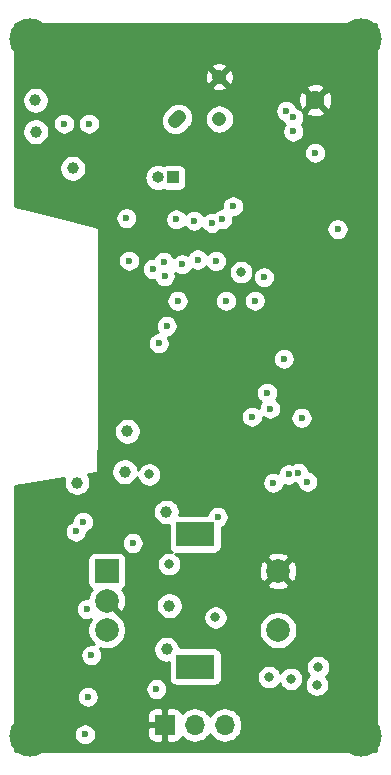
<source format=gbr>
G04 #@! TF.GenerationSoftware,KiCad,Pcbnew,5.1.4-e60b266~84~ubuntu19.04.1*
G04 #@! TF.CreationDate,2019-10-11T08:42:40-05:00*
G04 #@! TF.ProjectId,led-controller,6c65642d-636f-46e7-9472-6f6c6c65722e,rev?*
G04 #@! TF.SameCoordinates,Original*
G04 #@! TF.FileFunction,Copper,L2,Inr*
G04 #@! TF.FilePolarity,Positive*
%FSLAX46Y46*%
G04 Gerber Fmt 4.6, Leading zero omitted, Abs format (unit mm)*
G04 Created by KiCad (PCBNEW 5.1.4-e60b266~84~ubuntu19.04.1) date 2019-10-11 08:42:40*
%MOMM*%
%LPD*%
G04 APERTURE LIST*
%ADD10C,1.200000*%
%ADD11C,1.200000*%
%ADD12C,1.624000*%
%ADD13R,2.000000X2.000000*%
%ADD14C,2.000000*%
%ADD15R,3.200000X2.000000*%
%ADD16O,1.000000X1.000000*%
%ADD17R,1.000000X1.000000*%
%ADD18O,1.700000X1.700000*%
%ADD19R,1.700000X1.700000*%
%ADD20C,3.500000*%
%ADD21C,1.000000*%
%ADD22C,0.600000*%
%ADD23C,0.800000*%
%ADD24C,0.254000*%
G04 APERTURE END LIST*
D10*
X148540130Y-60115988D03*
D11*
X148540130Y-60115988D02*
X148540130Y-60115988D01*
D10*
X148540130Y-63708091D03*
D11*
X148540130Y-63708091D02*
X148540130Y-63708091D01*
D10*
X144948028Y-63708091D03*
D11*
X144806607Y-63849512D02*
X145089449Y-63566670D01*
D12*
X156660000Y-62120000D03*
D13*
X139007960Y-101973220D03*
D14*
X139007960Y-104473220D03*
X139007960Y-106973220D03*
D15*
X146507960Y-98873220D03*
X146507960Y-110073220D03*
D14*
X153507960Y-101973220D03*
X153507960Y-106973220D03*
D16*
X143330000Y-68650000D03*
D17*
X144600000Y-68650000D03*
D18*
X149008660Y-115007420D03*
X146468660Y-115007420D03*
D19*
X143928660Y-115007420D03*
D20*
X132510000Y-115930000D03*
X160530000Y-115930000D03*
X160530000Y-56920000D03*
X132510000Y-56920000D03*
D10*
X139220000Y-90050000D03*
D21*
X134180000Y-111930000D03*
X134050000Y-106950000D03*
X134070000Y-100670000D03*
D22*
X158510000Y-64780000D03*
X145200000Y-77430000D03*
D23*
X147950000Y-80990000D03*
X150430000Y-83830000D03*
X147920000Y-86360000D03*
X139310000Y-75780000D03*
X139790000Y-82990000D03*
D22*
X147400000Y-69400000D03*
X139000000Y-62200000D03*
X136300000Y-60500000D03*
D23*
X132900000Y-66500000D03*
X148600000Y-102600000D03*
X143200000Y-110200000D03*
X155800000Y-98200000D03*
X155700000Y-103500000D03*
X157800000Y-92700000D03*
X159100000Y-114100000D03*
D22*
X143102788Y-72174996D03*
D10*
X138842698Y-94560469D03*
D23*
X151000000Y-113200000D03*
X150897468Y-72025010D03*
D22*
X158361450Y-89644990D03*
X159563660Y-80463660D03*
X154200000Y-76100000D03*
X146013660Y-83813660D03*
X160974990Y-85650355D03*
X145425010Y-88300000D03*
X137160000Y-115810000D03*
X137400000Y-112620000D03*
X143210000Y-111970000D03*
D21*
X144298660Y-104917420D03*
X144070000Y-108600000D03*
X140740000Y-90130000D03*
X144040000Y-96970000D03*
X136130000Y-67880000D03*
X133000000Y-64780000D03*
X132970000Y-62110000D03*
D22*
X154800000Y-64760000D03*
X149700000Y-71100000D03*
D23*
X144300000Y-101400000D03*
X148200000Y-105900000D03*
D22*
X144893406Y-72193406D03*
D21*
X136494438Y-94483098D03*
D23*
X150382366Y-76675010D03*
D22*
X141200000Y-99600000D03*
D21*
X140531985Y-93571985D03*
D22*
X142900000Y-76400000D03*
X143824990Y-75787232D03*
X144072246Y-81218639D03*
X143900000Y-77000000D03*
X145400000Y-76000000D03*
X146700000Y-75600000D03*
X156000000Y-94400000D03*
X148400000Y-97400000D03*
X149100000Y-79100000D03*
X148800000Y-72200000D03*
D23*
X156800000Y-111600000D03*
X154600000Y-111100000D03*
X152751090Y-110948910D03*
X156900000Y-110100000D03*
X142600000Y-93800000D03*
D22*
X137500000Y-64100000D03*
X147900000Y-72500000D03*
X148252313Y-75719534D03*
X151545159Y-79075010D03*
X145000000Y-79100000D03*
X158550000Y-73036812D03*
X135400000Y-64100000D03*
X146403501Y-72316688D03*
X152315002Y-77100000D03*
X140670000Y-72100000D03*
X140900000Y-75700000D03*
X152580000Y-86875000D03*
X153100000Y-94500000D03*
X154400000Y-93800000D03*
X154000000Y-84000000D03*
X136394991Y-98626343D03*
X152824968Y-88224978D03*
X155500000Y-89000000D03*
X151300000Y-88900000D03*
X155235448Y-93652911D03*
X137000000Y-97800000D03*
X137700000Y-109100000D03*
X137300000Y-105200000D03*
X143400000Y-82700000D03*
X156650000Y-66570000D03*
X154780000Y-63570000D03*
X154200000Y-63030000D03*
D24*
G36*
X161800000Y-117220000D02*
G01*
X131219840Y-117220000D01*
X131219503Y-115717911D01*
X136225000Y-115717911D01*
X136225000Y-115902089D01*
X136260932Y-116082729D01*
X136331414Y-116252889D01*
X136433738Y-116406028D01*
X136563972Y-116536262D01*
X136717111Y-116638586D01*
X136887271Y-116709068D01*
X137067911Y-116745000D01*
X137252089Y-116745000D01*
X137432729Y-116709068D01*
X137602889Y-116638586D01*
X137756028Y-116536262D01*
X137886262Y-116406028D01*
X137988586Y-116252889D01*
X138059068Y-116082729D01*
X138095000Y-115902089D01*
X138095000Y-115857420D01*
X142440588Y-115857420D01*
X142452848Y-115981902D01*
X142489158Y-116101600D01*
X142548123Y-116211914D01*
X142627475Y-116308605D01*
X142724166Y-116387957D01*
X142834480Y-116446922D01*
X142954178Y-116483232D01*
X143078660Y-116495492D01*
X143642910Y-116492420D01*
X143801660Y-116333670D01*
X143801660Y-115134420D01*
X142602410Y-115134420D01*
X142443660Y-115293170D01*
X142440588Y-115857420D01*
X138095000Y-115857420D01*
X138095000Y-115717911D01*
X138059068Y-115537271D01*
X137988586Y-115367111D01*
X137886262Y-115213972D01*
X137756028Y-115083738D01*
X137602889Y-114981414D01*
X137432729Y-114910932D01*
X137252089Y-114875000D01*
X137067911Y-114875000D01*
X136887271Y-114910932D01*
X136717111Y-114981414D01*
X136563972Y-115083738D01*
X136433738Y-115213972D01*
X136331414Y-115367111D01*
X136260932Y-115537271D01*
X136225000Y-115717911D01*
X131219503Y-115717911D01*
X131219153Y-114157420D01*
X142440588Y-114157420D01*
X142443660Y-114721670D01*
X142602410Y-114880420D01*
X143801660Y-114880420D01*
X143801660Y-113681170D01*
X144055660Y-113681170D01*
X144055660Y-114880420D01*
X144075660Y-114880420D01*
X144075660Y-115134420D01*
X144055660Y-115134420D01*
X144055660Y-116333670D01*
X144214410Y-116492420D01*
X144778660Y-116495492D01*
X144903142Y-116483232D01*
X145022840Y-116446922D01*
X145133154Y-116387957D01*
X145229845Y-116308605D01*
X145309197Y-116211914D01*
X145368162Y-116101600D01*
X145389053Y-116032733D01*
X145413526Y-116062554D01*
X145639646Y-116248126D01*
X145897626Y-116386019D01*
X146177549Y-116470933D01*
X146395710Y-116492420D01*
X146541610Y-116492420D01*
X146759771Y-116470933D01*
X147039694Y-116386019D01*
X147297674Y-116248126D01*
X147523794Y-116062554D01*
X147709366Y-115836434D01*
X147738660Y-115781629D01*
X147767954Y-115836434D01*
X147953526Y-116062554D01*
X148179646Y-116248126D01*
X148437626Y-116386019D01*
X148717549Y-116470933D01*
X148935710Y-116492420D01*
X149081610Y-116492420D01*
X149299771Y-116470933D01*
X149579694Y-116386019D01*
X149837674Y-116248126D01*
X150063794Y-116062554D01*
X150249366Y-115836434D01*
X150387259Y-115578454D01*
X150472173Y-115298531D01*
X150500845Y-115007420D01*
X150472173Y-114716309D01*
X150387259Y-114436386D01*
X150249366Y-114178406D01*
X150063794Y-113952286D01*
X149837674Y-113766714D01*
X149579694Y-113628821D01*
X149299771Y-113543907D01*
X149081610Y-113522420D01*
X148935710Y-113522420D01*
X148717549Y-113543907D01*
X148437626Y-113628821D01*
X148179646Y-113766714D01*
X147953526Y-113952286D01*
X147767954Y-114178406D01*
X147738660Y-114233211D01*
X147709366Y-114178406D01*
X147523794Y-113952286D01*
X147297674Y-113766714D01*
X147039694Y-113628821D01*
X146759771Y-113543907D01*
X146541610Y-113522420D01*
X146395710Y-113522420D01*
X146177549Y-113543907D01*
X145897626Y-113628821D01*
X145639646Y-113766714D01*
X145413526Y-113952286D01*
X145389053Y-113982107D01*
X145368162Y-113913240D01*
X145309197Y-113802926D01*
X145229845Y-113706235D01*
X145133154Y-113626883D01*
X145022840Y-113567918D01*
X144903142Y-113531608D01*
X144778660Y-113519348D01*
X144214410Y-113522420D01*
X144055660Y-113681170D01*
X143801660Y-113681170D01*
X143642910Y-113522420D01*
X143078660Y-113519348D01*
X142954178Y-113531608D01*
X142834480Y-113567918D01*
X142724166Y-113626883D01*
X142627475Y-113706235D01*
X142548123Y-113802926D01*
X142489158Y-113913240D01*
X142452848Y-114032938D01*
X142440588Y-114157420D01*
X131219153Y-114157420D01*
X131218787Y-112527911D01*
X136465000Y-112527911D01*
X136465000Y-112712089D01*
X136500932Y-112892729D01*
X136571414Y-113062889D01*
X136673738Y-113216028D01*
X136803972Y-113346262D01*
X136957111Y-113448586D01*
X137127271Y-113519068D01*
X137307911Y-113555000D01*
X137492089Y-113555000D01*
X137672729Y-113519068D01*
X137842889Y-113448586D01*
X137996028Y-113346262D01*
X138126262Y-113216028D01*
X138228586Y-113062889D01*
X138299068Y-112892729D01*
X138335000Y-112712089D01*
X138335000Y-112527911D01*
X138299068Y-112347271D01*
X138228586Y-112177111D01*
X138126262Y-112023972D01*
X137996028Y-111893738D01*
X137972342Y-111877911D01*
X142275000Y-111877911D01*
X142275000Y-112062089D01*
X142310932Y-112242729D01*
X142381414Y-112412889D01*
X142483738Y-112566028D01*
X142613972Y-112696262D01*
X142767111Y-112798586D01*
X142937271Y-112869068D01*
X143117911Y-112905000D01*
X143302089Y-112905000D01*
X143482729Y-112869068D01*
X143652889Y-112798586D01*
X143806028Y-112696262D01*
X143936262Y-112566028D01*
X144038586Y-112412889D01*
X144109068Y-112242729D01*
X144145000Y-112062089D01*
X144145000Y-111877911D01*
X144109068Y-111697271D01*
X144038586Y-111527111D01*
X143936262Y-111373972D01*
X143806028Y-111243738D01*
X143652889Y-111141414D01*
X143482729Y-111070932D01*
X143302089Y-111035000D01*
X143117911Y-111035000D01*
X142937271Y-111070932D01*
X142767111Y-111141414D01*
X142613972Y-111243738D01*
X142483738Y-111373972D01*
X142381414Y-111527111D01*
X142310932Y-111697271D01*
X142275000Y-111877911D01*
X137972342Y-111877911D01*
X137842889Y-111791414D01*
X137672729Y-111720932D01*
X137492089Y-111685000D01*
X137307911Y-111685000D01*
X137127271Y-111720932D01*
X136957111Y-111791414D01*
X136803972Y-111893738D01*
X136673738Y-112023972D01*
X136571414Y-112177111D01*
X136500932Y-112347271D01*
X136465000Y-112527911D01*
X131218787Y-112527911D01*
X131217119Y-105107911D01*
X136365000Y-105107911D01*
X136365000Y-105292089D01*
X136400932Y-105472729D01*
X136471414Y-105642889D01*
X136573738Y-105796028D01*
X136703972Y-105926262D01*
X136857111Y-106028586D01*
X137027271Y-106099068D01*
X137207911Y-106135000D01*
X137392089Y-106135000D01*
X137572729Y-106099068D01*
X137645905Y-106068758D01*
X137559042Y-106198757D01*
X137435792Y-106496308D01*
X137372960Y-106812187D01*
X137372960Y-107134253D01*
X137435792Y-107450132D01*
X137559042Y-107747683D01*
X137737973Y-108015472D01*
X137911192Y-108188691D01*
X137792089Y-108165000D01*
X137607911Y-108165000D01*
X137427271Y-108200932D01*
X137257111Y-108271414D01*
X137103972Y-108373738D01*
X136973738Y-108503972D01*
X136871414Y-108657111D01*
X136800932Y-108827271D01*
X136765000Y-109007911D01*
X136765000Y-109192089D01*
X136800932Y-109372729D01*
X136871414Y-109542889D01*
X136973738Y-109696028D01*
X137103972Y-109826262D01*
X137257111Y-109928586D01*
X137427271Y-109999068D01*
X137607911Y-110035000D01*
X137792089Y-110035000D01*
X137972729Y-109999068D01*
X138142889Y-109928586D01*
X138296028Y-109826262D01*
X138426262Y-109696028D01*
X138528586Y-109542889D01*
X138599068Y-109372729D01*
X138635000Y-109192089D01*
X138635000Y-109007911D01*
X138599068Y-108827271D01*
X138528586Y-108657111D01*
X138426262Y-108503972D01*
X138422868Y-108500578D01*
X138531048Y-108545388D01*
X138846927Y-108608220D01*
X139168993Y-108608220D01*
X139484872Y-108545388D01*
X139622906Y-108488212D01*
X142935000Y-108488212D01*
X142935000Y-108711788D01*
X142978617Y-108931067D01*
X143064176Y-109137624D01*
X143188388Y-109323520D01*
X143346480Y-109481612D01*
X143532376Y-109605824D01*
X143738933Y-109691383D01*
X143958212Y-109735000D01*
X144181788Y-109735000D01*
X144269888Y-109717476D01*
X144269888Y-111073220D01*
X144282148Y-111197702D01*
X144318458Y-111317400D01*
X144377423Y-111427714D01*
X144456775Y-111524405D01*
X144553466Y-111603757D01*
X144663780Y-111662722D01*
X144783478Y-111699032D01*
X144907960Y-111711292D01*
X148107960Y-111711292D01*
X148232442Y-111699032D01*
X148352140Y-111662722D01*
X148462454Y-111603757D01*
X148559145Y-111524405D01*
X148638497Y-111427714D01*
X148697462Y-111317400D01*
X148733772Y-111197702D01*
X148746032Y-111073220D01*
X148746032Y-110846971D01*
X151716090Y-110846971D01*
X151716090Y-111050849D01*
X151755864Y-111250808D01*
X151833885Y-111439166D01*
X151947153Y-111608684D01*
X152091316Y-111752847D01*
X152260834Y-111866115D01*
X152449192Y-111944136D01*
X152649151Y-111983910D01*
X152853029Y-111983910D01*
X153052988Y-111944136D01*
X153241346Y-111866115D01*
X153410864Y-111752847D01*
X153555027Y-111608684D01*
X153638612Y-111483590D01*
X153682795Y-111590256D01*
X153796063Y-111759774D01*
X153940226Y-111903937D01*
X154109744Y-112017205D01*
X154298102Y-112095226D01*
X154498061Y-112135000D01*
X154701939Y-112135000D01*
X154901898Y-112095226D01*
X155090256Y-112017205D01*
X155259774Y-111903937D01*
X155403937Y-111759774D01*
X155517205Y-111590256D01*
X155555393Y-111498061D01*
X155765000Y-111498061D01*
X155765000Y-111701939D01*
X155804774Y-111901898D01*
X155882795Y-112090256D01*
X155996063Y-112259774D01*
X156140226Y-112403937D01*
X156309744Y-112517205D01*
X156498102Y-112595226D01*
X156698061Y-112635000D01*
X156901939Y-112635000D01*
X157101898Y-112595226D01*
X157290256Y-112517205D01*
X157459774Y-112403937D01*
X157603937Y-112259774D01*
X157717205Y-112090256D01*
X157795226Y-111901898D01*
X157835000Y-111701939D01*
X157835000Y-111498061D01*
X157795226Y-111298102D01*
X157717205Y-111109744D01*
X157603937Y-110940226D01*
X157563711Y-110900000D01*
X157703937Y-110759774D01*
X157817205Y-110590256D01*
X157895226Y-110401898D01*
X157935000Y-110201939D01*
X157935000Y-109998061D01*
X157895226Y-109798102D01*
X157817205Y-109609744D01*
X157703937Y-109440226D01*
X157559774Y-109296063D01*
X157390256Y-109182795D01*
X157201898Y-109104774D01*
X157001939Y-109065000D01*
X156798061Y-109065000D01*
X156598102Y-109104774D01*
X156409744Y-109182795D01*
X156240226Y-109296063D01*
X156096063Y-109440226D01*
X155982795Y-109609744D01*
X155904774Y-109798102D01*
X155865000Y-109998061D01*
X155865000Y-110201939D01*
X155904774Y-110401898D01*
X155982795Y-110590256D01*
X156096063Y-110759774D01*
X156136289Y-110800000D01*
X155996063Y-110940226D01*
X155882795Y-111109744D01*
X155804774Y-111298102D01*
X155765000Y-111498061D01*
X155555393Y-111498061D01*
X155595226Y-111401898D01*
X155635000Y-111201939D01*
X155635000Y-110998061D01*
X155595226Y-110798102D01*
X155517205Y-110609744D01*
X155403937Y-110440226D01*
X155259774Y-110296063D01*
X155090256Y-110182795D01*
X154901898Y-110104774D01*
X154701939Y-110065000D01*
X154498061Y-110065000D01*
X154298102Y-110104774D01*
X154109744Y-110182795D01*
X153940226Y-110296063D01*
X153796063Y-110440226D01*
X153712478Y-110565320D01*
X153668295Y-110458654D01*
X153555027Y-110289136D01*
X153410864Y-110144973D01*
X153241346Y-110031705D01*
X153052988Y-109953684D01*
X152853029Y-109913910D01*
X152649151Y-109913910D01*
X152449192Y-109953684D01*
X152260834Y-110031705D01*
X152091316Y-110144973D01*
X151947153Y-110289136D01*
X151833885Y-110458654D01*
X151755864Y-110647012D01*
X151716090Y-110846971D01*
X148746032Y-110846971D01*
X148746032Y-109073220D01*
X148733772Y-108948738D01*
X148697462Y-108829040D01*
X148638497Y-108718726D01*
X148559145Y-108622035D01*
X148462454Y-108542683D01*
X148352140Y-108483718D01*
X148232442Y-108447408D01*
X148107960Y-108435148D01*
X145194445Y-108435148D01*
X145161383Y-108268933D01*
X145075824Y-108062376D01*
X144951612Y-107876480D01*
X144793520Y-107718388D01*
X144607624Y-107594176D01*
X144401067Y-107508617D01*
X144181788Y-107465000D01*
X143958212Y-107465000D01*
X143738933Y-107508617D01*
X143532376Y-107594176D01*
X143346480Y-107718388D01*
X143188388Y-107876480D01*
X143064176Y-108062376D01*
X142978617Y-108268933D01*
X142935000Y-108488212D01*
X139622906Y-108488212D01*
X139782423Y-108422138D01*
X140050212Y-108243207D01*
X140277947Y-108015472D01*
X140456878Y-107747683D01*
X140580128Y-107450132D01*
X140642960Y-107134253D01*
X140642960Y-106812187D01*
X140580128Y-106496308D01*
X140456878Y-106198757D01*
X140277947Y-105930968D01*
X140050212Y-105703233D01*
X139953025Y-105638295D01*
X139963768Y-105608633D01*
X139007960Y-104652825D01*
X138993818Y-104666968D01*
X138814213Y-104487363D01*
X138828355Y-104473220D01*
X138814213Y-104459078D01*
X138993818Y-104279473D01*
X139007960Y-104293615D01*
X139022103Y-104279473D01*
X139201708Y-104459078D01*
X139187565Y-104473220D01*
X140143373Y-105429028D01*
X140407774Y-105333264D01*
X140548664Y-105043649D01*
X140611068Y-104805632D01*
X143163660Y-104805632D01*
X143163660Y-105029208D01*
X143207277Y-105248487D01*
X143292836Y-105455044D01*
X143417048Y-105640940D01*
X143575140Y-105799032D01*
X143761036Y-105923244D01*
X143967593Y-106008803D01*
X144186872Y-106052420D01*
X144410448Y-106052420D01*
X144629727Y-106008803D01*
X144836284Y-105923244D01*
X145022180Y-105799032D01*
X145023151Y-105798061D01*
X147165000Y-105798061D01*
X147165000Y-106001939D01*
X147204774Y-106201898D01*
X147282795Y-106390256D01*
X147396063Y-106559774D01*
X147540226Y-106703937D01*
X147709744Y-106817205D01*
X147898102Y-106895226D01*
X148098061Y-106935000D01*
X148301939Y-106935000D01*
X148501898Y-106895226D01*
X148690256Y-106817205D01*
X148697765Y-106812187D01*
X151872960Y-106812187D01*
X151872960Y-107134253D01*
X151935792Y-107450132D01*
X152059042Y-107747683D01*
X152237973Y-108015472D01*
X152465708Y-108243207D01*
X152733497Y-108422138D01*
X153031048Y-108545388D01*
X153346927Y-108608220D01*
X153668993Y-108608220D01*
X153984872Y-108545388D01*
X154282423Y-108422138D01*
X154550212Y-108243207D01*
X154777947Y-108015472D01*
X154956878Y-107747683D01*
X155080128Y-107450132D01*
X155142960Y-107134253D01*
X155142960Y-106812187D01*
X155080128Y-106496308D01*
X154956878Y-106198757D01*
X154777947Y-105930968D01*
X154550212Y-105703233D01*
X154282423Y-105524302D01*
X153984872Y-105401052D01*
X153668993Y-105338220D01*
X153346927Y-105338220D01*
X153031048Y-105401052D01*
X152733497Y-105524302D01*
X152465708Y-105703233D01*
X152237973Y-105930968D01*
X152059042Y-106198757D01*
X151935792Y-106496308D01*
X151872960Y-106812187D01*
X148697765Y-106812187D01*
X148859774Y-106703937D01*
X149003937Y-106559774D01*
X149117205Y-106390256D01*
X149195226Y-106201898D01*
X149235000Y-106001939D01*
X149235000Y-105798061D01*
X149195226Y-105598102D01*
X149117205Y-105409744D01*
X149003937Y-105240226D01*
X148859774Y-105096063D01*
X148690256Y-104982795D01*
X148501898Y-104904774D01*
X148301939Y-104865000D01*
X148098061Y-104865000D01*
X147898102Y-104904774D01*
X147709744Y-104982795D01*
X147540226Y-105096063D01*
X147396063Y-105240226D01*
X147282795Y-105409744D01*
X147204774Y-105598102D01*
X147165000Y-105798061D01*
X145023151Y-105798061D01*
X145180272Y-105640940D01*
X145304484Y-105455044D01*
X145390043Y-105248487D01*
X145433660Y-105029208D01*
X145433660Y-104805632D01*
X145390043Y-104586353D01*
X145304484Y-104379796D01*
X145180272Y-104193900D01*
X145022180Y-104035808D01*
X144836284Y-103911596D01*
X144629727Y-103826037D01*
X144410448Y-103782420D01*
X144186872Y-103782420D01*
X143967593Y-103826037D01*
X143761036Y-103911596D01*
X143575140Y-104035808D01*
X143417048Y-104193900D01*
X143292836Y-104379796D01*
X143207277Y-104586353D01*
X143163660Y-104805632D01*
X140611068Y-104805632D01*
X140630344Y-104732112D01*
X140649678Y-104410625D01*
X140605921Y-104091545D01*
X140500755Y-103787132D01*
X140407774Y-103613176D01*
X140258737Y-103559196D01*
X140362454Y-103503757D01*
X140459145Y-103424405D01*
X140538497Y-103327714D01*
X140597462Y-103217400D01*
X140630456Y-103108633D01*
X152552152Y-103108633D01*
X152647916Y-103373034D01*
X152937531Y-103513924D01*
X153249068Y-103595604D01*
X153570555Y-103614938D01*
X153889635Y-103571181D01*
X154194048Y-103466015D01*
X154368004Y-103373034D01*
X154463768Y-103108633D01*
X153507960Y-102152825D01*
X152552152Y-103108633D01*
X140630456Y-103108633D01*
X140633772Y-103097702D01*
X140646032Y-102973220D01*
X140646032Y-100973220D01*
X140633772Y-100848738D01*
X140597462Y-100729040D01*
X140538497Y-100618726D01*
X140459145Y-100522035D01*
X140362454Y-100442683D01*
X140252140Y-100383718D01*
X140132442Y-100347408D01*
X140007960Y-100335148D01*
X138007960Y-100335148D01*
X137883478Y-100347408D01*
X137763780Y-100383718D01*
X137653466Y-100442683D01*
X137556775Y-100522035D01*
X137477423Y-100618726D01*
X137418458Y-100729040D01*
X137382148Y-100848738D01*
X137369888Y-100973220D01*
X137369888Y-102973220D01*
X137382148Y-103097702D01*
X137418458Y-103217400D01*
X137477423Y-103327714D01*
X137556775Y-103424405D01*
X137653466Y-103503757D01*
X137757183Y-103559196D01*
X137608146Y-103613176D01*
X137467256Y-103902791D01*
X137385576Y-104214328D01*
X137382529Y-104265000D01*
X137207911Y-104265000D01*
X137027271Y-104300932D01*
X136857111Y-104371414D01*
X136703972Y-104473738D01*
X136573738Y-104603972D01*
X136471414Y-104757111D01*
X136400932Y-104927271D01*
X136365000Y-105107911D01*
X131217119Y-105107911D01*
X131215641Y-98534254D01*
X135459991Y-98534254D01*
X135459991Y-98718432D01*
X135495923Y-98899072D01*
X135566405Y-99069232D01*
X135668729Y-99222371D01*
X135798963Y-99352605D01*
X135952102Y-99454929D01*
X136122262Y-99525411D01*
X136302902Y-99561343D01*
X136487080Y-99561343D01*
X136667720Y-99525411D01*
X136709969Y-99507911D01*
X140265000Y-99507911D01*
X140265000Y-99692089D01*
X140300932Y-99872729D01*
X140371414Y-100042889D01*
X140473738Y-100196028D01*
X140603972Y-100326262D01*
X140757111Y-100428586D01*
X140927271Y-100499068D01*
X141107911Y-100535000D01*
X141292089Y-100535000D01*
X141472729Y-100499068D01*
X141642889Y-100428586D01*
X141796028Y-100326262D01*
X141926262Y-100196028D01*
X142028586Y-100042889D01*
X142099068Y-99872729D01*
X142135000Y-99692089D01*
X142135000Y-99507911D01*
X142099068Y-99327271D01*
X142028586Y-99157111D01*
X141926262Y-99003972D01*
X141796028Y-98873738D01*
X141642889Y-98771414D01*
X141472729Y-98700932D01*
X141292089Y-98665000D01*
X141107911Y-98665000D01*
X140927271Y-98700932D01*
X140757111Y-98771414D01*
X140603972Y-98873738D01*
X140473738Y-99003972D01*
X140371414Y-99157111D01*
X140300932Y-99327271D01*
X140265000Y-99507911D01*
X136709969Y-99507911D01*
X136837880Y-99454929D01*
X136991019Y-99352605D01*
X137121253Y-99222371D01*
X137223577Y-99069232D01*
X137294059Y-98899072D01*
X137329991Y-98718432D01*
X137329991Y-98675349D01*
X137442889Y-98628586D01*
X137596028Y-98526262D01*
X137726262Y-98396028D01*
X137828586Y-98242889D01*
X137899068Y-98072729D01*
X137935000Y-97892089D01*
X137935000Y-97707911D01*
X137899068Y-97527271D01*
X137828586Y-97357111D01*
X137726262Y-97203972D01*
X137596028Y-97073738D01*
X137442889Y-96971414D01*
X137272729Y-96900932D01*
X137092089Y-96865000D01*
X136907911Y-96865000D01*
X136727271Y-96900932D01*
X136557111Y-96971414D01*
X136403972Y-97073738D01*
X136273738Y-97203972D01*
X136171414Y-97357111D01*
X136100932Y-97527271D01*
X136065000Y-97707911D01*
X136065000Y-97750994D01*
X135952102Y-97797757D01*
X135798963Y-97900081D01*
X135668729Y-98030315D01*
X135566405Y-98183454D01*
X135495923Y-98353614D01*
X135459991Y-98534254D01*
X131215641Y-98534254D01*
X131215264Y-96858212D01*
X142905000Y-96858212D01*
X142905000Y-97081788D01*
X142948617Y-97301067D01*
X143034176Y-97507624D01*
X143158388Y-97693520D01*
X143316480Y-97851612D01*
X143502376Y-97975824D01*
X143708933Y-98061383D01*
X143928212Y-98105000D01*
X144151788Y-98105000D01*
X144269888Y-98081509D01*
X144269888Y-99873220D01*
X144282148Y-99997702D01*
X144318458Y-100117400D01*
X144377423Y-100227714D01*
X144456775Y-100324405D01*
X144539608Y-100392384D01*
X144401939Y-100365000D01*
X144198061Y-100365000D01*
X143998102Y-100404774D01*
X143809744Y-100482795D01*
X143640226Y-100596063D01*
X143496063Y-100740226D01*
X143382795Y-100909744D01*
X143304774Y-101098102D01*
X143265000Y-101298061D01*
X143265000Y-101501939D01*
X143304774Y-101701898D01*
X143382795Y-101890256D01*
X143496063Y-102059774D01*
X143640226Y-102203937D01*
X143809744Y-102317205D01*
X143998102Y-102395226D01*
X144198061Y-102435000D01*
X144401939Y-102435000D01*
X144601898Y-102395226D01*
X144790256Y-102317205D01*
X144959774Y-102203937D01*
X145103937Y-102059774D01*
X145119945Y-102035815D01*
X151866242Y-102035815D01*
X151909999Y-102354895D01*
X152015165Y-102659308D01*
X152108146Y-102833264D01*
X152372547Y-102929028D01*
X153328355Y-101973220D01*
X153687565Y-101973220D01*
X154643373Y-102929028D01*
X154907774Y-102833264D01*
X155048664Y-102543649D01*
X155130344Y-102232112D01*
X155149678Y-101910625D01*
X155105921Y-101591545D01*
X155000755Y-101287132D01*
X154907774Y-101113176D01*
X154643373Y-101017412D01*
X153687565Y-101973220D01*
X153328355Y-101973220D01*
X152372547Y-101017412D01*
X152108146Y-101113176D01*
X151967256Y-101402791D01*
X151885576Y-101714328D01*
X151866242Y-102035815D01*
X145119945Y-102035815D01*
X145217205Y-101890256D01*
X145295226Y-101701898D01*
X145335000Y-101501939D01*
X145335000Y-101298061D01*
X145295226Y-101098102D01*
X145217205Y-100909744D01*
X145169139Y-100837807D01*
X152552152Y-100837807D01*
X153507960Y-101793615D01*
X154463768Y-100837807D01*
X154368004Y-100573406D01*
X154078389Y-100432516D01*
X153766852Y-100350836D01*
X153445365Y-100331502D01*
X153126285Y-100375259D01*
X152821872Y-100480425D01*
X152647916Y-100573406D01*
X152552152Y-100837807D01*
X145169139Y-100837807D01*
X145103937Y-100740226D01*
X144959774Y-100596063D01*
X144819929Y-100502622D01*
X144907960Y-100511292D01*
X148107960Y-100511292D01*
X148232442Y-100499032D01*
X148352140Y-100462722D01*
X148462454Y-100403757D01*
X148559145Y-100324405D01*
X148638497Y-100227714D01*
X148697462Y-100117400D01*
X148733772Y-99997702D01*
X148746032Y-99873220D01*
X148746032Y-98268705D01*
X148842889Y-98228586D01*
X148996028Y-98126262D01*
X149126262Y-97996028D01*
X149228586Y-97842889D01*
X149299068Y-97672729D01*
X149335000Y-97492089D01*
X149335000Y-97307911D01*
X149299068Y-97127271D01*
X149228586Y-96957111D01*
X149126262Y-96803972D01*
X148996028Y-96673738D01*
X148842889Y-96571414D01*
X148672729Y-96500932D01*
X148492089Y-96465000D01*
X148307911Y-96465000D01*
X148127271Y-96500932D01*
X147957111Y-96571414D01*
X147803972Y-96673738D01*
X147673738Y-96803972D01*
X147571414Y-96957111D01*
X147500932Y-97127271D01*
X147479474Y-97235148D01*
X145144495Y-97235148D01*
X145175000Y-97081788D01*
X145175000Y-96858212D01*
X145131383Y-96638933D01*
X145045824Y-96432376D01*
X144921612Y-96246480D01*
X144763520Y-96088388D01*
X144577624Y-95964176D01*
X144371067Y-95878617D01*
X144151788Y-95835000D01*
X143928212Y-95835000D01*
X143708933Y-95878617D01*
X143502376Y-95964176D01*
X143316480Y-96088388D01*
X143158388Y-96246480D01*
X143034176Y-96432376D01*
X142948617Y-96638933D01*
X142905000Y-96858212D01*
X131215264Y-96858212D01*
X131214794Y-94768947D01*
X135427431Y-94093181D01*
X135403055Y-94152031D01*
X135359438Y-94371310D01*
X135359438Y-94594886D01*
X135403055Y-94814165D01*
X135488614Y-95020722D01*
X135612826Y-95206618D01*
X135770918Y-95364710D01*
X135956814Y-95488922D01*
X136163371Y-95574481D01*
X136382650Y-95618098D01*
X136606226Y-95618098D01*
X136825505Y-95574481D01*
X137032062Y-95488922D01*
X137217958Y-95364710D01*
X137376050Y-95206618D01*
X137500262Y-95020722D01*
X137585821Y-94814165D01*
X137629438Y-94594886D01*
X137629438Y-94371310D01*
X137585821Y-94152031D01*
X137500262Y-93945474D01*
X137388734Y-93778561D01*
X138203775Y-93647817D01*
X138232090Y-93639823D01*
X138254063Y-93628119D01*
X138273332Y-93612353D01*
X138289154Y-93593131D01*
X138300922Y-93571192D01*
X138308183Y-93547378D01*
X138310660Y-93522605D01*
X138310750Y-93460197D01*
X139396985Y-93460197D01*
X139396985Y-93683773D01*
X139440602Y-93903052D01*
X139526161Y-94109609D01*
X139650373Y-94295505D01*
X139808465Y-94453597D01*
X139994361Y-94577809D01*
X140200918Y-94663368D01*
X140420197Y-94706985D01*
X140643773Y-94706985D01*
X140863052Y-94663368D01*
X141069609Y-94577809D01*
X141255505Y-94453597D01*
X141413597Y-94295505D01*
X141537809Y-94109609D01*
X141584085Y-93997888D01*
X141604774Y-94101898D01*
X141682795Y-94290256D01*
X141796063Y-94459774D01*
X141940226Y-94603937D01*
X142109744Y-94717205D01*
X142298102Y-94795226D01*
X142498061Y-94835000D01*
X142701939Y-94835000D01*
X142901898Y-94795226D01*
X143090256Y-94717205D01*
X143259774Y-94603937D01*
X143403937Y-94459774D01*
X143438590Y-94407911D01*
X152165000Y-94407911D01*
X152165000Y-94592089D01*
X152200932Y-94772729D01*
X152271414Y-94942889D01*
X152373738Y-95096028D01*
X152503972Y-95226262D01*
X152657111Y-95328586D01*
X152827271Y-95399068D01*
X153007911Y-95435000D01*
X153192089Y-95435000D01*
X153372729Y-95399068D01*
X153542889Y-95328586D01*
X153696028Y-95226262D01*
X153826262Y-95096028D01*
X153928586Y-94942889D01*
X153999068Y-94772729D01*
X154022364Y-94655614D01*
X154127271Y-94699068D01*
X154307911Y-94735000D01*
X154492089Y-94735000D01*
X154672729Y-94699068D01*
X154842889Y-94628586D01*
X154959522Y-94550655D01*
X154962719Y-94551979D01*
X155081617Y-94575630D01*
X155100932Y-94672729D01*
X155171414Y-94842889D01*
X155273738Y-94996028D01*
X155403972Y-95126262D01*
X155557111Y-95228586D01*
X155727271Y-95299068D01*
X155907911Y-95335000D01*
X156092089Y-95335000D01*
X156272729Y-95299068D01*
X156442889Y-95228586D01*
X156596028Y-95126262D01*
X156726262Y-94996028D01*
X156828586Y-94842889D01*
X156899068Y-94672729D01*
X156935000Y-94492089D01*
X156935000Y-94307911D01*
X156899068Y-94127271D01*
X156828586Y-93957111D01*
X156726262Y-93803972D01*
X156596028Y-93673738D01*
X156442889Y-93571414D01*
X156272729Y-93500932D01*
X156153831Y-93477281D01*
X156134516Y-93380182D01*
X156064034Y-93210022D01*
X155961710Y-93056883D01*
X155831476Y-92926649D01*
X155678337Y-92824325D01*
X155508177Y-92753843D01*
X155327537Y-92717911D01*
X155143359Y-92717911D01*
X154962719Y-92753843D01*
X154792559Y-92824325D01*
X154675926Y-92902256D01*
X154672729Y-92900932D01*
X154492089Y-92865000D01*
X154307911Y-92865000D01*
X154127271Y-92900932D01*
X153957111Y-92971414D01*
X153803972Y-93073738D01*
X153673738Y-93203972D01*
X153571414Y-93357111D01*
X153500932Y-93527271D01*
X153477636Y-93644386D01*
X153372729Y-93600932D01*
X153192089Y-93565000D01*
X153007911Y-93565000D01*
X152827271Y-93600932D01*
X152657111Y-93671414D01*
X152503972Y-93773738D01*
X152373738Y-93903972D01*
X152271414Y-94057111D01*
X152200932Y-94227271D01*
X152165000Y-94407911D01*
X143438590Y-94407911D01*
X143517205Y-94290256D01*
X143595226Y-94101898D01*
X143635000Y-93901939D01*
X143635000Y-93698061D01*
X143595226Y-93498102D01*
X143517205Y-93309744D01*
X143403937Y-93140226D01*
X143259774Y-92996063D01*
X143090256Y-92882795D01*
X142901898Y-92804774D01*
X142701939Y-92765000D01*
X142498061Y-92765000D01*
X142298102Y-92804774D01*
X142109744Y-92882795D01*
X141940226Y-92996063D01*
X141796063Y-93140226D01*
X141682795Y-93309744D01*
X141651896Y-93384340D01*
X141623368Y-93240918D01*
X141537809Y-93034361D01*
X141413597Y-92848465D01*
X141255505Y-92690373D01*
X141069609Y-92566161D01*
X140863052Y-92480602D01*
X140643773Y-92436985D01*
X140420197Y-92436985D01*
X140200918Y-92480602D01*
X139994361Y-92566161D01*
X139808465Y-92690373D01*
X139650373Y-92848465D01*
X139526161Y-93034361D01*
X139440602Y-93240918D01*
X139396985Y-93460197D01*
X138310750Y-93460197D01*
X138315765Y-90018212D01*
X139605000Y-90018212D01*
X139605000Y-90241788D01*
X139648617Y-90461067D01*
X139734176Y-90667624D01*
X139858388Y-90853520D01*
X140016480Y-91011612D01*
X140202376Y-91135824D01*
X140408933Y-91221383D01*
X140628212Y-91265000D01*
X140851788Y-91265000D01*
X141071067Y-91221383D01*
X141277624Y-91135824D01*
X141463520Y-91011612D01*
X141621612Y-90853520D01*
X141745824Y-90667624D01*
X141831383Y-90461067D01*
X141875000Y-90241788D01*
X141875000Y-90018212D01*
X141831383Y-89798933D01*
X141745824Y-89592376D01*
X141621612Y-89406480D01*
X141463520Y-89248388D01*
X141277624Y-89124176D01*
X141071067Y-89038617D01*
X140851788Y-88995000D01*
X140628212Y-88995000D01*
X140408933Y-89038617D01*
X140202376Y-89124176D01*
X140016480Y-89248388D01*
X139858388Y-89406480D01*
X139734176Y-89592376D01*
X139648617Y-89798933D01*
X139605000Y-90018212D01*
X138315765Y-90018212D01*
X138317528Y-88807911D01*
X150365000Y-88807911D01*
X150365000Y-88992089D01*
X150400932Y-89172729D01*
X150471414Y-89342889D01*
X150573738Y-89496028D01*
X150703972Y-89626262D01*
X150857111Y-89728586D01*
X151027271Y-89799068D01*
X151207911Y-89835000D01*
X151392089Y-89835000D01*
X151572729Y-89799068D01*
X151742889Y-89728586D01*
X151896028Y-89626262D01*
X152026262Y-89496028D01*
X152128586Y-89342889D01*
X152199068Y-89172729D01*
X152235000Y-88992089D01*
X152235000Y-88955289D01*
X152382079Y-89053564D01*
X152552239Y-89124046D01*
X152732879Y-89159978D01*
X152917057Y-89159978D01*
X153097697Y-89124046D01*
X153267857Y-89053564D01*
X153420996Y-88951240D01*
X153464325Y-88907911D01*
X154565000Y-88907911D01*
X154565000Y-89092089D01*
X154600932Y-89272729D01*
X154671414Y-89442889D01*
X154773738Y-89596028D01*
X154903972Y-89726262D01*
X155057111Y-89828586D01*
X155227271Y-89899068D01*
X155407911Y-89935000D01*
X155592089Y-89935000D01*
X155772729Y-89899068D01*
X155942889Y-89828586D01*
X156096028Y-89726262D01*
X156226262Y-89596028D01*
X156328586Y-89442889D01*
X156399068Y-89272729D01*
X156435000Y-89092089D01*
X156435000Y-88907911D01*
X156399068Y-88727271D01*
X156328586Y-88557111D01*
X156226262Y-88403972D01*
X156096028Y-88273738D01*
X155942889Y-88171414D01*
X155772729Y-88100932D01*
X155592089Y-88065000D01*
X155407911Y-88065000D01*
X155227271Y-88100932D01*
X155057111Y-88171414D01*
X154903972Y-88273738D01*
X154773738Y-88403972D01*
X154671414Y-88557111D01*
X154600932Y-88727271D01*
X154565000Y-88907911D01*
X153464325Y-88907911D01*
X153551230Y-88821006D01*
X153653554Y-88667867D01*
X153724036Y-88497707D01*
X153759968Y-88317067D01*
X153759968Y-88132889D01*
X153724036Y-87952249D01*
X153653554Y-87782089D01*
X153551230Y-87628950D01*
X153420996Y-87498716D01*
X153328885Y-87437170D01*
X153408586Y-87317889D01*
X153479068Y-87147729D01*
X153515000Y-86967089D01*
X153515000Y-86782911D01*
X153479068Y-86602271D01*
X153408586Y-86432111D01*
X153306262Y-86278972D01*
X153176028Y-86148738D01*
X153022889Y-86046414D01*
X152852729Y-85975932D01*
X152672089Y-85940000D01*
X152487911Y-85940000D01*
X152307271Y-85975932D01*
X152137111Y-86046414D01*
X151983972Y-86148738D01*
X151853738Y-86278972D01*
X151751414Y-86432111D01*
X151680932Y-86602271D01*
X151645000Y-86782911D01*
X151645000Y-86967089D01*
X151680932Y-87147729D01*
X151751414Y-87317889D01*
X151853738Y-87471028D01*
X151983972Y-87601262D01*
X152076083Y-87662808D01*
X151996382Y-87782089D01*
X151925900Y-87952249D01*
X151889968Y-88132889D01*
X151889968Y-88169689D01*
X151742889Y-88071414D01*
X151572729Y-88000932D01*
X151392089Y-87965000D01*
X151207911Y-87965000D01*
X151027271Y-88000932D01*
X150857111Y-88071414D01*
X150703972Y-88173738D01*
X150573738Y-88303972D01*
X150471414Y-88457111D01*
X150400932Y-88627271D01*
X150365000Y-88807911D01*
X138317528Y-88807911D01*
X138324666Y-83907911D01*
X153065000Y-83907911D01*
X153065000Y-84092089D01*
X153100932Y-84272729D01*
X153171414Y-84442889D01*
X153273738Y-84596028D01*
X153403972Y-84726262D01*
X153557111Y-84828586D01*
X153727271Y-84899068D01*
X153907911Y-84935000D01*
X154092089Y-84935000D01*
X154272729Y-84899068D01*
X154442889Y-84828586D01*
X154596028Y-84726262D01*
X154726262Y-84596028D01*
X154828586Y-84442889D01*
X154899068Y-84272729D01*
X154935000Y-84092089D01*
X154935000Y-83907911D01*
X154899068Y-83727271D01*
X154828586Y-83557111D01*
X154726262Y-83403972D01*
X154596028Y-83273738D01*
X154442889Y-83171414D01*
X154272729Y-83100932D01*
X154092089Y-83065000D01*
X153907911Y-83065000D01*
X153727271Y-83100932D01*
X153557111Y-83171414D01*
X153403972Y-83273738D01*
X153273738Y-83403972D01*
X153171414Y-83557111D01*
X153100932Y-83727271D01*
X153065000Y-83907911D01*
X138324666Y-83907911D01*
X138326561Y-82607911D01*
X142465000Y-82607911D01*
X142465000Y-82792089D01*
X142500932Y-82972729D01*
X142571414Y-83142889D01*
X142673738Y-83296028D01*
X142803972Y-83426262D01*
X142957111Y-83528586D01*
X143127271Y-83599068D01*
X143307911Y-83635000D01*
X143492089Y-83635000D01*
X143672729Y-83599068D01*
X143842889Y-83528586D01*
X143996028Y-83426262D01*
X144126262Y-83296028D01*
X144228586Y-83142889D01*
X144299068Y-82972729D01*
X144335000Y-82792089D01*
X144335000Y-82607911D01*
X144299068Y-82427271D01*
X144228586Y-82257111D01*
X144159448Y-82153639D01*
X144164335Y-82153639D01*
X144344975Y-82117707D01*
X144515135Y-82047225D01*
X144668274Y-81944901D01*
X144798508Y-81814667D01*
X144900832Y-81661528D01*
X144971314Y-81491368D01*
X145007246Y-81310728D01*
X145007246Y-81126550D01*
X144971314Y-80945910D01*
X144900832Y-80775750D01*
X144798508Y-80622611D01*
X144668274Y-80492377D01*
X144515135Y-80390053D01*
X144344975Y-80319571D01*
X144164335Y-80283639D01*
X143980157Y-80283639D01*
X143799517Y-80319571D01*
X143629357Y-80390053D01*
X143476218Y-80492377D01*
X143345984Y-80622611D01*
X143243660Y-80775750D01*
X143173178Y-80945910D01*
X143137246Y-81126550D01*
X143137246Y-81310728D01*
X143173178Y-81491368D01*
X143243660Y-81661528D01*
X143312798Y-81765000D01*
X143307911Y-81765000D01*
X143127271Y-81800932D01*
X142957111Y-81871414D01*
X142803972Y-81973738D01*
X142673738Y-82103972D01*
X142571414Y-82257111D01*
X142500932Y-82427271D01*
X142465000Y-82607911D01*
X138326561Y-82607911D01*
X138331806Y-79007911D01*
X144065000Y-79007911D01*
X144065000Y-79192089D01*
X144100932Y-79372729D01*
X144171414Y-79542889D01*
X144273738Y-79696028D01*
X144403972Y-79826262D01*
X144557111Y-79928586D01*
X144727271Y-79999068D01*
X144907911Y-80035000D01*
X145092089Y-80035000D01*
X145272729Y-79999068D01*
X145442889Y-79928586D01*
X145596028Y-79826262D01*
X145726262Y-79696028D01*
X145828586Y-79542889D01*
X145899068Y-79372729D01*
X145935000Y-79192089D01*
X145935000Y-79007911D01*
X148165000Y-79007911D01*
X148165000Y-79192089D01*
X148200932Y-79372729D01*
X148271414Y-79542889D01*
X148373738Y-79696028D01*
X148503972Y-79826262D01*
X148657111Y-79928586D01*
X148827271Y-79999068D01*
X149007911Y-80035000D01*
X149192089Y-80035000D01*
X149372729Y-79999068D01*
X149542889Y-79928586D01*
X149696028Y-79826262D01*
X149826262Y-79696028D01*
X149928586Y-79542889D01*
X149999068Y-79372729D01*
X150035000Y-79192089D01*
X150035000Y-79007911D01*
X150030030Y-78982921D01*
X150610159Y-78982921D01*
X150610159Y-79167099D01*
X150646091Y-79347739D01*
X150716573Y-79517899D01*
X150818897Y-79671038D01*
X150949131Y-79801272D01*
X151102270Y-79903596D01*
X151272430Y-79974078D01*
X151453070Y-80010010D01*
X151637248Y-80010010D01*
X151817888Y-79974078D01*
X151988048Y-79903596D01*
X152141187Y-79801272D01*
X152271421Y-79671038D01*
X152373745Y-79517899D01*
X152444227Y-79347739D01*
X152480159Y-79167099D01*
X152480159Y-78982921D01*
X152444227Y-78802281D01*
X152373745Y-78632121D01*
X152271421Y-78478982D01*
X152141187Y-78348748D01*
X151988048Y-78246424D01*
X151817888Y-78175942D01*
X151637248Y-78140010D01*
X151453070Y-78140010D01*
X151272430Y-78175942D01*
X151102270Y-78246424D01*
X150949131Y-78348748D01*
X150818897Y-78478982D01*
X150716573Y-78632121D01*
X150646091Y-78802281D01*
X150610159Y-78982921D01*
X150030030Y-78982921D01*
X149999068Y-78827271D01*
X149928586Y-78657111D01*
X149826262Y-78503972D01*
X149696028Y-78373738D01*
X149542889Y-78271414D01*
X149372729Y-78200932D01*
X149192089Y-78165000D01*
X149007911Y-78165000D01*
X148827271Y-78200932D01*
X148657111Y-78271414D01*
X148503972Y-78373738D01*
X148373738Y-78503972D01*
X148271414Y-78657111D01*
X148200932Y-78827271D01*
X148165000Y-79007911D01*
X145935000Y-79007911D01*
X145899068Y-78827271D01*
X145828586Y-78657111D01*
X145726262Y-78503972D01*
X145596028Y-78373738D01*
X145442889Y-78271414D01*
X145272729Y-78200932D01*
X145092089Y-78165000D01*
X144907911Y-78165000D01*
X144727271Y-78200932D01*
X144557111Y-78271414D01*
X144403972Y-78373738D01*
X144273738Y-78503972D01*
X144171414Y-78657111D01*
X144100932Y-78827271D01*
X144065000Y-79007911D01*
X138331806Y-79007911D01*
X138336761Y-75607911D01*
X139965000Y-75607911D01*
X139965000Y-75792089D01*
X140000932Y-75972729D01*
X140071414Y-76142889D01*
X140173738Y-76296028D01*
X140303972Y-76426262D01*
X140457111Y-76528586D01*
X140627271Y-76599068D01*
X140807911Y-76635000D01*
X140992089Y-76635000D01*
X141172729Y-76599068D01*
X141342889Y-76528586D01*
X141496028Y-76426262D01*
X141614379Y-76307911D01*
X141965000Y-76307911D01*
X141965000Y-76492089D01*
X142000932Y-76672729D01*
X142071414Y-76842889D01*
X142173738Y-76996028D01*
X142303972Y-77126262D01*
X142457111Y-77228586D01*
X142627271Y-77299068D01*
X142807911Y-77335000D01*
X142992089Y-77335000D01*
X143024089Y-77328635D01*
X143071414Y-77442889D01*
X143173738Y-77596028D01*
X143303972Y-77726262D01*
X143457111Y-77828586D01*
X143627271Y-77899068D01*
X143807911Y-77935000D01*
X143992089Y-77935000D01*
X144172729Y-77899068D01*
X144342889Y-77828586D01*
X144496028Y-77726262D01*
X144626262Y-77596028D01*
X144728586Y-77442889D01*
X144799068Y-77272729D01*
X144835000Y-77092089D01*
X144835000Y-76907911D01*
X144799068Y-76727271D01*
X144794887Y-76717177D01*
X144803972Y-76726262D01*
X144957111Y-76828586D01*
X145127271Y-76899068D01*
X145307911Y-76935000D01*
X145492089Y-76935000D01*
X145672729Y-76899068D01*
X145842889Y-76828586D01*
X145996028Y-76726262D01*
X146126262Y-76596028D01*
X146228586Y-76442889D01*
X146239410Y-76416758D01*
X146257111Y-76428586D01*
X146427271Y-76499068D01*
X146607911Y-76535000D01*
X146792089Y-76535000D01*
X146972729Y-76499068D01*
X147142889Y-76428586D01*
X147296028Y-76326262D01*
X147426262Y-76196028D01*
X147436222Y-76181122D01*
X147526051Y-76315562D01*
X147656285Y-76445796D01*
X147809424Y-76548120D01*
X147979584Y-76618602D01*
X148160224Y-76654534D01*
X148344402Y-76654534D01*
X148525042Y-76618602D01*
X148634964Y-76573071D01*
X149347366Y-76573071D01*
X149347366Y-76776949D01*
X149387140Y-76976908D01*
X149465161Y-77165266D01*
X149578429Y-77334784D01*
X149722592Y-77478947D01*
X149892110Y-77592215D01*
X150080468Y-77670236D01*
X150280427Y-77710010D01*
X150484305Y-77710010D01*
X150684264Y-77670236D01*
X150872622Y-77592215D01*
X151042140Y-77478947D01*
X151186303Y-77334784D01*
X151299571Y-77165266D01*
X151364750Y-77007911D01*
X151380002Y-77007911D01*
X151380002Y-77192089D01*
X151415934Y-77372729D01*
X151486416Y-77542889D01*
X151588740Y-77696028D01*
X151718974Y-77826262D01*
X151872113Y-77928586D01*
X152042273Y-77999068D01*
X152222913Y-78035000D01*
X152407091Y-78035000D01*
X152587731Y-77999068D01*
X152757891Y-77928586D01*
X152911030Y-77826262D01*
X153041264Y-77696028D01*
X153143588Y-77542889D01*
X153214070Y-77372729D01*
X153250002Y-77192089D01*
X153250002Y-77007911D01*
X153214070Y-76827271D01*
X153143588Y-76657111D01*
X153041264Y-76503972D01*
X152911030Y-76373738D01*
X152757891Y-76271414D01*
X152587731Y-76200932D01*
X152407091Y-76165000D01*
X152222913Y-76165000D01*
X152042273Y-76200932D01*
X151872113Y-76271414D01*
X151718974Y-76373738D01*
X151588740Y-76503972D01*
X151486416Y-76657111D01*
X151415934Y-76827271D01*
X151380002Y-77007911D01*
X151364750Y-77007911D01*
X151377592Y-76976908D01*
X151417366Y-76776949D01*
X151417366Y-76573071D01*
X151377592Y-76373112D01*
X151299571Y-76184754D01*
X151186303Y-76015236D01*
X151042140Y-75871073D01*
X150872622Y-75757805D01*
X150684264Y-75679784D01*
X150484305Y-75640010D01*
X150280427Y-75640010D01*
X150080468Y-75679784D01*
X149892110Y-75757805D01*
X149722592Y-75871073D01*
X149578429Y-76015236D01*
X149465161Y-76184754D01*
X149387140Y-76373112D01*
X149347366Y-76573071D01*
X148634964Y-76573071D01*
X148695202Y-76548120D01*
X148848341Y-76445796D01*
X148978575Y-76315562D01*
X149080899Y-76162423D01*
X149151381Y-75992263D01*
X149187313Y-75811623D01*
X149187313Y-75627445D01*
X149151381Y-75446805D01*
X149080899Y-75276645D01*
X148978575Y-75123506D01*
X148848341Y-74993272D01*
X148695202Y-74890948D01*
X148525042Y-74820466D01*
X148344402Y-74784534D01*
X148160224Y-74784534D01*
X147979584Y-74820466D01*
X147809424Y-74890948D01*
X147656285Y-74993272D01*
X147526051Y-75123506D01*
X147516091Y-75138412D01*
X147426262Y-75003972D01*
X147296028Y-74873738D01*
X147142889Y-74771414D01*
X146972729Y-74700932D01*
X146792089Y-74665000D01*
X146607911Y-74665000D01*
X146427271Y-74700932D01*
X146257111Y-74771414D01*
X146103972Y-74873738D01*
X145973738Y-75003972D01*
X145871414Y-75157111D01*
X145860590Y-75183242D01*
X145842889Y-75171414D01*
X145672729Y-75100932D01*
X145492089Y-75065000D01*
X145307911Y-75065000D01*
X145127271Y-75100932D01*
X144957111Y-75171414D01*
X144803972Y-75273738D01*
X144676946Y-75400764D01*
X144653576Y-75344343D01*
X144551252Y-75191204D01*
X144421018Y-75060970D01*
X144267879Y-74958646D01*
X144097719Y-74888164D01*
X143917079Y-74852232D01*
X143732901Y-74852232D01*
X143552261Y-74888164D01*
X143382101Y-74958646D01*
X143228962Y-75060970D01*
X143098728Y-75191204D01*
X142996404Y-75344343D01*
X142946427Y-75465000D01*
X142807911Y-75465000D01*
X142627271Y-75500932D01*
X142457111Y-75571414D01*
X142303972Y-75673738D01*
X142173738Y-75803972D01*
X142071414Y-75957111D01*
X142000932Y-76127271D01*
X141965000Y-76307911D01*
X141614379Y-76307911D01*
X141626262Y-76296028D01*
X141728586Y-76142889D01*
X141799068Y-75972729D01*
X141835000Y-75792089D01*
X141835000Y-75607911D01*
X141799068Y-75427271D01*
X141728586Y-75257111D01*
X141626262Y-75103972D01*
X141496028Y-74973738D01*
X141342889Y-74871414D01*
X141172729Y-74800932D01*
X140992089Y-74765000D01*
X140807911Y-74765000D01*
X140627271Y-74800932D01*
X140457111Y-74871414D01*
X140303972Y-74973738D01*
X140173738Y-75103972D01*
X140071414Y-75257111D01*
X140000932Y-75427271D01*
X139965000Y-75607911D01*
X138336761Y-75607911D01*
X138340660Y-72932605D01*
X138339322Y-72914034D01*
X138333321Y-72889872D01*
X138322721Y-72867345D01*
X138307929Y-72847318D01*
X138289515Y-72830563D01*
X138268187Y-72817721D01*
X138244762Y-72809287D01*
X135072136Y-72007911D01*
X139735000Y-72007911D01*
X139735000Y-72192089D01*
X139770932Y-72372729D01*
X139841414Y-72542889D01*
X139943738Y-72696028D01*
X140073972Y-72826262D01*
X140227111Y-72928586D01*
X140397271Y-72999068D01*
X140577911Y-73035000D01*
X140762089Y-73035000D01*
X140942729Y-72999068D01*
X141112889Y-72928586D01*
X141266028Y-72826262D01*
X141396262Y-72696028D01*
X141498586Y-72542889D01*
X141569068Y-72372729D01*
X141605000Y-72192089D01*
X141605000Y-72101317D01*
X143958406Y-72101317D01*
X143958406Y-72285495D01*
X143994338Y-72466135D01*
X144064820Y-72636295D01*
X144167144Y-72789434D01*
X144297378Y-72919668D01*
X144450517Y-73021992D01*
X144620677Y-73092474D01*
X144801317Y-73128406D01*
X144985495Y-73128406D01*
X145166135Y-73092474D01*
X145336295Y-73021992D01*
X145489434Y-72919668D01*
X145604800Y-72804302D01*
X145677239Y-72912716D01*
X145807473Y-73042950D01*
X145960612Y-73145274D01*
X146130772Y-73215756D01*
X146311412Y-73251688D01*
X146495590Y-73251688D01*
X146676230Y-73215756D01*
X146846390Y-73145274D01*
X146999529Y-73042950D01*
X147082700Y-72959779D01*
X147173738Y-73096028D01*
X147303972Y-73226262D01*
X147457111Y-73328586D01*
X147627271Y-73399068D01*
X147807911Y-73435000D01*
X147992089Y-73435000D01*
X148172729Y-73399068D01*
X148342889Y-73328586D01*
X148496028Y-73226262D01*
X148607303Y-73114987D01*
X148707911Y-73135000D01*
X148892089Y-73135000D01*
X149072729Y-73099068D01*
X149242889Y-73028586D01*
X149368399Y-72944723D01*
X157615000Y-72944723D01*
X157615000Y-73128901D01*
X157650932Y-73309541D01*
X157721414Y-73479701D01*
X157823738Y-73632840D01*
X157953972Y-73763074D01*
X158107111Y-73865398D01*
X158277271Y-73935880D01*
X158457911Y-73971812D01*
X158642089Y-73971812D01*
X158822729Y-73935880D01*
X158992889Y-73865398D01*
X159146028Y-73763074D01*
X159276262Y-73632840D01*
X159378586Y-73479701D01*
X159449068Y-73309541D01*
X159485000Y-73128901D01*
X159485000Y-72944723D01*
X159449068Y-72764083D01*
X159378586Y-72593923D01*
X159276262Y-72440784D01*
X159146028Y-72310550D01*
X158992889Y-72208226D01*
X158822729Y-72137744D01*
X158642089Y-72101812D01*
X158457911Y-72101812D01*
X158277271Y-72137744D01*
X158107111Y-72208226D01*
X157953972Y-72310550D01*
X157823738Y-72440784D01*
X157721414Y-72593923D01*
X157650932Y-72764083D01*
X157615000Y-72944723D01*
X149368399Y-72944723D01*
X149396028Y-72926262D01*
X149526262Y-72796028D01*
X149628586Y-72642889D01*
X149699068Y-72472729D01*
X149735000Y-72292089D01*
X149735000Y-72107911D01*
X149720497Y-72035000D01*
X149792089Y-72035000D01*
X149972729Y-71999068D01*
X150142889Y-71928586D01*
X150296028Y-71826262D01*
X150426262Y-71696028D01*
X150528586Y-71542889D01*
X150599068Y-71372729D01*
X150635000Y-71192089D01*
X150635000Y-71007911D01*
X150599068Y-70827271D01*
X150528586Y-70657111D01*
X150426262Y-70503972D01*
X150296028Y-70373738D01*
X150142889Y-70271414D01*
X149972729Y-70200932D01*
X149792089Y-70165000D01*
X149607911Y-70165000D01*
X149427271Y-70200932D01*
X149257111Y-70271414D01*
X149103972Y-70373738D01*
X148973738Y-70503972D01*
X148871414Y-70657111D01*
X148800932Y-70827271D01*
X148765000Y-71007911D01*
X148765000Y-71192089D01*
X148779503Y-71265000D01*
X148707911Y-71265000D01*
X148527271Y-71300932D01*
X148357111Y-71371414D01*
X148203972Y-71473738D01*
X148092697Y-71585013D01*
X147992089Y-71565000D01*
X147807911Y-71565000D01*
X147627271Y-71600932D01*
X147457111Y-71671414D01*
X147303972Y-71773738D01*
X147220801Y-71856909D01*
X147129763Y-71720660D01*
X146999529Y-71590426D01*
X146846390Y-71488102D01*
X146676230Y-71417620D01*
X146495590Y-71381688D01*
X146311412Y-71381688D01*
X146130772Y-71417620D01*
X145960612Y-71488102D01*
X145807473Y-71590426D01*
X145692107Y-71705792D01*
X145619668Y-71597378D01*
X145489434Y-71467144D01*
X145336295Y-71364820D01*
X145166135Y-71294338D01*
X144985495Y-71258406D01*
X144801317Y-71258406D01*
X144620677Y-71294338D01*
X144450517Y-71364820D01*
X144297378Y-71467144D01*
X144167144Y-71597378D01*
X144064820Y-71750517D01*
X143994338Y-71920677D01*
X143958406Y-72101317D01*
X141605000Y-72101317D01*
X141605000Y-72007911D01*
X141569068Y-71827271D01*
X141498586Y-71657111D01*
X141396262Y-71503972D01*
X141266028Y-71373738D01*
X141112889Y-71271414D01*
X140942729Y-71200932D01*
X140762089Y-71165000D01*
X140577911Y-71165000D01*
X140397271Y-71200932D01*
X140227111Y-71271414D01*
X140073972Y-71373738D01*
X139943738Y-71503972D01*
X139841414Y-71657111D01*
X139770932Y-71827271D01*
X139735000Y-72007911D01*
X135072136Y-72007911D01*
X131209459Y-71032235D01*
X131208726Y-67768212D01*
X134995000Y-67768212D01*
X134995000Y-67991788D01*
X135038617Y-68211067D01*
X135124176Y-68417624D01*
X135248388Y-68603520D01*
X135406480Y-68761612D01*
X135592376Y-68885824D01*
X135798933Y-68971383D01*
X136018212Y-69015000D01*
X136241788Y-69015000D01*
X136461067Y-68971383D01*
X136667624Y-68885824D01*
X136853520Y-68761612D01*
X136965132Y-68650000D01*
X142189509Y-68650000D01*
X142211423Y-68872499D01*
X142276324Y-69086447D01*
X142381716Y-69283623D01*
X142523551Y-69456449D01*
X142696377Y-69598284D01*
X142893553Y-69703676D01*
X143107501Y-69768577D01*
X143274248Y-69785000D01*
X143385752Y-69785000D01*
X143552499Y-69768577D01*
X143766447Y-69703676D01*
X143777621Y-69697703D01*
X143855820Y-69739502D01*
X143975518Y-69775812D01*
X144100000Y-69788072D01*
X145100000Y-69788072D01*
X145224482Y-69775812D01*
X145344180Y-69739502D01*
X145454494Y-69680537D01*
X145551185Y-69601185D01*
X145630537Y-69504494D01*
X145689502Y-69394180D01*
X145725812Y-69274482D01*
X145738072Y-69150000D01*
X145738072Y-68150000D01*
X145725812Y-68025518D01*
X145689502Y-67905820D01*
X145630537Y-67795506D01*
X145551185Y-67698815D01*
X145454494Y-67619463D01*
X145344180Y-67560498D01*
X145224482Y-67524188D01*
X145100000Y-67511928D01*
X144100000Y-67511928D01*
X143975518Y-67524188D01*
X143855820Y-67560498D01*
X143777621Y-67602297D01*
X143766447Y-67596324D01*
X143552499Y-67531423D01*
X143385752Y-67515000D01*
X143274248Y-67515000D01*
X143107501Y-67531423D01*
X142893553Y-67596324D01*
X142696377Y-67701716D01*
X142523551Y-67843551D01*
X142381716Y-68016377D01*
X142276324Y-68213553D01*
X142211423Y-68427501D01*
X142189509Y-68650000D01*
X136965132Y-68650000D01*
X137011612Y-68603520D01*
X137135824Y-68417624D01*
X137221383Y-68211067D01*
X137265000Y-67991788D01*
X137265000Y-67768212D01*
X137221383Y-67548933D01*
X137135824Y-67342376D01*
X137011612Y-67156480D01*
X136853520Y-66998388D01*
X136667624Y-66874176D01*
X136461067Y-66788617D01*
X136241788Y-66745000D01*
X136018212Y-66745000D01*
X135798933Y-66788617D01*
X135592376Y-66874176D01*
X135406480Y-66998388D01*
X135248388Y-67156480D01*
X135124176Y-67342376D01*
X135038617Y-67548933D01*
X134995000Y-67768212D01*
X131208726Y-67768212D01*
X131208436Y-66477911D01*
X155715000Y-66477911D01*
X155715000Y-66662089D01*
X155750932Y-66842729D01*
X155821414Y-67012889D01*
X155923738Y-67166028D01*
X156053972Y-67296262D01*
X156207111Y-67398586D01*
X156377271Y-67469068D01*
X156557911Y-67505000D01*
X156742089Y-67505000D01*
X156922729Y-67469068D01*
X157092889Y-67398586D01*
X157246028Y-67296262D01*
X157376262Y-67166028D01*
X157478586Y-67012889D01*
X157549068Y-66842729D01*
X157585000Y-66662089D01*
X157585000Y-66477911D01*
X157549068Y-66297271D01*
X157478586Y-66127111D01*
X157376262Y-65973972D01*
X157246028Y-65843738D01*
X157092889Y-65741414D01*
X156922729Y-65670932D01*
X156742089Y-65635000D01*
X156557911Y-65635000D01*
X156377271Y-65670932D01*
X156207111Y-65741414D01*
X156053972Y-65843738D01*
X155923738Y-65973972D01*
X155821414Y-66127111D01*
X155750932Y-66297271D01*
X155715000Y-66477911D01*
X131208436Y-66477911D01*
X131208029Y-64668212D01*
X131865000Y-64668212D01*
X131865000Y-64891788D01*
X131908617Y-65111067D01*
X131994176Y-65317624D01*
X132118388Y-65503520D01*
X132276480Y-65661612D01*
X132462376Y-65785824D01*
X132668933Y-65871383D01*
X132888212Y-65915000D01*
X133111788Y-65915000D01*
X133331067Y-65871383D01*
X133537624Y-65785824D01*
X133723520Y-65661612D01*
X133881612Y-65503520D01*
X134005824Y-65317624D01*
X134091383Y-65111067D01*
X134135000Y-64891788D01*
X134135000Y-64668212D01*
X134091383Y-64448933D01*
X134005824Y-64242376D01*
X133881612Y-64056480D01*
X133833043Y-64007911D01*
X134465000Y-64007911D01*
X134465000Y-64192089D01*
X134500932Y-64372729D01*
X134571414Y-64542889D01*
X134673738Y-64696028D01*
X134803972Y-64826262D01*
X134957111Y-64928586D01*
X135127271Y-64999068D01*
X135307911Y-65035000D01*
X135492089Y-65035000D01*
X135672729Y-64999068D01*
X135842889Y-64928586D01*
X135996028Y-64826262D01*
X136126262Y-64696028D01*
X136228586Y-64542889D01*
X136299068Y-64372729D01*
X136335000Y-64192089D01*
X136335000Y-64007911D01*
X136565000Y-64007911D01*
X136565000Y-64192089D01*
X136600932Y-64372729D01*
X136671414Y-64542889D01*
X136773738Y-64696028D01*
X136903972Y-64826262D01*
X137057111Y-64928586D01*
X137227271Y-64999068D01*
X137407911Y-65035000D01*
X137592089Y-65035000D01*
X137772729Y-64999068D01*
X137942889Y-64928586D01*
X138096028Y-64826262D01*
X138226262Y-64696028D01*
X138328586Y-64542889D01*
X138399068Y-64372729D01*
X138435000Y-64192089D01*
X138435000Y-64007911D01*
X138403493Y-63849512D01*
X143565632Y-63849512D01*
X143589477Y-64091614D01*
X143660096Y-64324411D01*
X143774775Y-64538960D01*
X143929106Y-64727013D01*
X144117159Y-64881344D01*
X144331708Y-64996023D01*
X144564505Y-65066642D01*
X144806607Y-65090487D01*
X145048709Y-65066642D01*
X145281506Y-64996023D01*
X145496055Y-64881344D01*
X145636987Y-64765685D01*
X146005622Y-64397050D01*
X146121281Y-64256118D01*
X146235960Y-64041569D01*
X146306579Y-63808773D01*
X146316495Y-63708091D01*
X147299155Y-63708091D01*
X147323000Y-63950193D01*
X147393619Y-64182992D01*
X147508297Y-64397540D01*
X147662628Y-64585593D01*
X147850681Y-64739924D01*
X148065229Y-64854602D01*
X148298028Y-64925221D01*
X148479465Y-64943091D01*
X148600795Y-64943091D01*
X148782232Y-64925221D01*
X149015031Y-64854602D01*
X149229579Y-64739924D01*
X149417632Y-64585593D01*
X149571963Y-64397540D01*
X149686641Y-64182992D01*
X149757260Y-63950193D01*
X149781105Y-63708091D01*
X149757260Y-63465989D01*
X149686641Y-63233190D01*
X149571963Y-63018642D01*
X149505709Y-62937911D01*
X153265000Y-62937911D01*
X153265000Y-63122089D01*
X153300932Y-63302729D01*
X153371414Y-63472889D01*
X153473738Y-63626028D01*
X153603972Y-63756262D01*
X153757111Y-63858586D01*
X153914504Y-63923780D01*
X153951414Y-64012889D01*
X154053738Y-64166028D01*
X154064904Y-64177194D01*
X153971414Y-64317111D01*
X153900932Y-64487271D01*
X153865000Y-64667911D01*
X153865000Y-64852089D01*
X153900932Y-65032729D01*
X153971414Y-65202889D01*
X154073738Y-65356028D01*
X154203972Y-65486262D01*
X154357111Y-65588586D01*
X154527271Y-65659068D01*
X154707911Y-65695000D01*
X154892089Y-65695000D01*
X155072729Y-65659068D01*
X155242889Y-65588586D01*
X155396028Y-65486262D01*
X155526262Y-65356028D01*
X155628586Y-65202889D01*
X155699068Y-65032729D01*
X155735000Y-64852089D01*
X155735000Y-64667911D01*
X155699068Y-64487271D01*
X155628586Y-64317111D01*
X155526262Y-64163972D01*
X155515096Y-64152806D01*
X155608586Y-64012889D01*
X155679068Y-63842729D01*
X155715000Y-63662089D01*
X155715000Y-63477911D01*
X155679068Y-63297271D01*
X155608586Y-63127111D01*
X155604684Y-63121270D01*
X155838335Y-63121270D01*
X155911371Y-63366464D01*
X156168928Y-63488564D01*
X156445358Y-63558071D01*
X156730036Y-63572314D01*
X157012023Y-63530744D01*
X157280482Y-63434961D01*
X157408629Y-63366464D01*
X157481665Y-63121270D01*
X156660000Y-62299605D01*
X155838335Y-63121270D01*
X155604684Y-63121270D01*
X155506262Y-62973972D01*
X155376028Y-62843738D01*
X155222889Y-62741414D01*
X155065496Y-62676220D01*
X155028586Y-62587111D01*
X154926262Y-62433972D01*
X154796028Y-62303738D01*
X154642889Y-62201414D01*
X154615420Y-62190036D01*
X155207686Y-62190036D01*
X155249256Y-62472023D01*
X155345039Y-62740482D01*
X155413536Y-62868629D01*
X155658730Y-62941665D01*
X156480395Y-62120000D01*
X156839605Y-62120000D01*
X157661270Y-62941665D01*
X157906464Y-62868629D01*
X158028564Y-62611072D01*
X158098071Y-62334642D01*
X158112314Y-62049964D01*
X158070744Y-61767977D01*
X157974961Y-61499518D01*
X157906464Y-61371371D01*
X157661270Y-61298335D01*
X156839605Y-62120000D01*
X156480395Y-62120000D01*
X155658730Y-61298335D01*
X155413536Y-61371371D01*
X155291436Y-61628928D01*
X155221929Y-61905358D01*
X155207686Y-62190036D01*
X154615420Y-62190036D01*
X154472729Y-62130932D01*
X154292089Y-62095000D01*
X154107911Y-62095000D01*
X153927271Y-62130932D01*
X153757111Y-62201414D01*
X153603972Y-62303738D01*
X153473738Y-62433972D01*
X153371414Y-62587111D01*
X153300932Y-62757271D01*
X153265000Y-62937911D01*
X149505709Y-62937911D01*
X149417632Y-62830589D01*
X149229579Y-62676258D01*
X149015031Y-62561580D01*
X148782232Y-62490961D01*
X148600795Y-62473091D01*
X148479465Y-62473091D01*
X148298028Y-62490961D01*
X148065229Y-62561580D01*
X147850681Y-62676258D01*
X147662628Y-62830589D01*
X147508297Y-63018642D01*
X147393619Y-63233190D01*
X147323000Y-63465989D01*
X147299155Y-63708091D01*
X146316495Y-63708091D01*
X146330424Y-63566670D01*
X146306579Y-63324568D01*
X146235960Y-63091771D01*
X146121281Y-62877222D01*
X145966950Y-62689169D01*
X145778897Y-62534838D01*
X145564348Y-62420159D01*
X145331551Y-62349540D01*
X145089449Y-62325695D01*
X144847346Y-62349540D01*
X144614550Y-62420159D01*
X144400001Y-62534838D01*
X144259069Y-62650497D01*
X143890434Y-63019132D01*
X143774775Y-63160064D01*
X143660096Y-63374613D01*
X143589477Y-63607410D01*
X143565632Y-63849512D01*
X138403493Y-63849512D01*
X138399068Y-63827271D01*
X138328586Y-63657111D01*
X138226262Y-63503972D01*
X138096028Y-63373738D01*
X137942889Y-63271414D01*
X137772729Y-63200932D01*
X137592089Y-63165000D01*
X137407911Y-63165000D01*
X137227271Y-63200932D01*
X137057111Y-63271414D01*
X136903972Y-63373738D01*
X136773738Y-63503972D01*
X136671414Y-63657111D01*
X136600932Y-63827271D01*
X136565000Y-64007911D01*
X136335000Y-64007911D01*
X136299068Y-63827271D01*
X136228586Y-63657111D01*
X136126262Y-63503972D01*
X135996028Y-63373738D01*
X135842889Y-63271414D01*
X135672729Y-63200932D01*
X135492089Y-63165000D01*
X135307911Y-63165000D01*
X135127271Y-63200932D01*
X134957111Y-63271414D01*
X134803972Y-63373738D01*
X134673738Y-63503972D01*
X134571414Y-63657111D01*
X134500932Y-63827271D01*
X134465000Y-64007911D01*
X133833043Y-64007911D01*
X133723520Y-63898388D01*
X133537624Y-63774176D01*
X133331067Y-63688617D01*
X133111788Y-63645000D01*
X132888212Y-63645000D01*
X132668933Y-63688617D01*
X132462376Y-63774176D01*
X132276480Y-63898388D01*
X132118388Y-64056480D01*
X131994176Y-64242376D01*
X131908617Y-64448933D01*
X131865000Y-64668212D01*
X131208029Y-64668212D01*
X131207429Y-61998212D01*
X131835000Y-61998212D01*
X131835000Y-62221788D01*
X131878617Y-62441067D01*
X131964176Y-62647624D01*
X132088388Y-62833520D01*
X132246480Y-62991612D01*
X132432376Y-63115824D01*
X132638933Y-63201383D01*
X132858212Y-63245000D01*
X133081788Y-63245000D01*
X133301067Y-63201383D01*
X133507624Y-63115824D01*
X133693520Y-62991612D01*
X133851612Y-62833520D01*
X133975824Y-62647624D01*
X134061383Y-62441067D01*
X134105000Y-62221788D01*
X134105000Y-61998212D01*
X134061383Y-61778933D01*
X133975824Y-61572376D01*
X133851612Y-61386480D01*
X133693520Y-61228388D01*
X133507624Y-61104176D01*
X133301067Y-61018617D01*
X133081788Y-60975000D01*
X132858212Y-60975000D01*
X132638933Y-61018617D01*
X132432376Y-61104176D01*
X132246480Y-61228388D01*
X132088388Y-61386480D01*
X131964176Y-61572376D01*
X131878617Y-61778933D01*
X131835000Y-61998212D01*
X131207429Y-61998212D01*
X131207197Y-60961497D01*
X147874226Y-60961497D01*
X147920808Y-61184477D01*
X147995789Y-61224559D01*
X148222520Y-61309454D01*
X148461457Y-61348484D01*
X148703417Y-61340151D01*
X148939102Y-61284774D01*
X149159454Y-61184481D01*
X149173436Y-61118730D01*
X155838335Y-61118730D01*
X156660000Y-61940395D01*
X157481665Y-61118730D01*
X157408629Y-60873536D01*
X157151072Y-60751436D01*
X156874642Y-60681929D01*
X156589964Y-60667686D01*
X156307977Y-60709256D01*
X156039518Y-60805039D01*
X155911371Y-60873536D01*
X155838335Y-61118730D01*
X149173436Y-61118730D01*
X149206726Y-60962189D01*
X148540130Y-60295593D01*
X147874226Y-60961497D01*
X131207197Y-60961497D01*
X131207024Y-60194661D01*
X147307634Y-60194661D01*
X147346664Y-60433598D01*
X147431559Y-60660329D01*
X147471641Y-60735310D01*
X147694621Y-60781892D01*
X148360525Y-60115988D01*
X148719735Y-60115988D01*
X149386331Y-60782584D01*
X149608623Y-60735312D01*
X149708916Y-60514960D01*
X149764293Y-60279275D01*
X149772626Y-60037315D01*
X149733596Y-59798378D01*
X149648701Y-59571647D01*
X149608619Y-59496666D01*
X149385639Y-59450084D01*
X148719735Y-60115988D01*
X148360525Y-60115988D01*
X147693929Y-59449392D01*
X147471637Y-59496664D01*
X147371344Y-59717016D01*
X147315967Y-59952701D01*
X147307634Y-60194661D01*
X131207024Y-60194661D01*
X131206816Y-59269787D01*
X147873534Y-59269787D01*
X148540130Y-59936383D01*
X149206034Y-59270479D01*
X149159452Y-59047499D01*
X149084471Y-59007417D01*
X148857740Y-58922522D01*
X148618803Y-58883492D01*
X148376843Y-58891825D01*
X148141158Y-58947202D01*
X147920806Y-59047495D01*
X147873534Y-59269787D01*
X131206816Y-59269787D01*
X131205999Y-55640586D01*
X161800001Y-55640013D01*
X161800000Y-117220000D01*
X161800000Y-117220000D01*
G37*
X161800000Y-117220000D02*
X131219840Y-117220000D01*
X131219503Y-115717911D01*
X136225000Y-115717911D01*
X136225000Y-115902089D01*
X136260932Y-116082729D01*
X136331414Y-116252889D01*
X136433738Y-116406028D01*
X136563972Y-116536262D01*
X136717111Y-116638586D01*
X136887271Y-116709068D01*
X137067911Y-116745000D01*
X137252089Y-116745000D01*
X137432729Y-116709068D01*
X137602889Y-116638586D01*
X137756028Y-116536262D01*
X137886262Y-116406028D01*
X137988586Y-116252889D01*
X138059068Y-116082729D01*
X138095000Y-115902089D01*
X138095000Y-115857420D01*
X142440588Y-115857420D01*
X142452848Y-115981902D01*
X142489158Y-116101600D01*
X142548123Y-116211914D01*
X142627475Y-116308605D01*
X142724166Y-116387957D01*
X142834480Y-116446922D01*
X142954178Y-116483232D01*
X143078660Y-116495492D01*
X143642910Y-116492420D01*
X143801660Y-116333670D01*
X143801660Y-115134420D01*
X142602410Y-115134420D01*
X142443660Y-115293170D01*
X142440588Y-115857420D01*
X138095000Y-115857420D01*
X138095000Y-115717911D01*
X138059068Y-115537271D01*
X137988586Y-115367111D01*
X137886262Y-115213972D01*
X137756028Y-115083738D01*
X137602889Y-114981414D01*
X137432729Y-114910932D01*
X137252089Y-114875000D01*
X137067911Y-114875000D01*
X136887271Y-114910932D01*
X136717111Y-114981414D01*
X136563972Y-115083738D01*
X136433738Y-115213972D01*
X136331414Y-115367111D01*
X136260932Y-115537271D01*
X136225000Y-115717911D01*
X131219503Y-115717911D01*
X131219153Y-114157420D01*
X142440588Y-114157420D01*
X142443660Y-114721670D01*
X142602410Y-114880420D01*
X143801660Y-114880420D01*
X143801660Y-113681170D01*
X144055660Y-113681170D01*
X144055660Y-114880420D01*
X144075660Y-114880420D01*
X144075660Y-115134420D01*
X144055660Y-115134420D01*
X144055660Y-116333670D01*
X144214410Y-116492420D01*
X144778660Y-116495492D01*
X144903142Y-116483232D01*
X145022840Y-116446922D01*
X145133154Y-116387957D01*
X145229845Y-116308605D01*
X145309197Y-116211914D01*
X145368162Y-116101600D01*
X145389053Y-116032733D01*
X145413526Y-116062554D01*
X145639646Y-116248126D01*
X145897626Y-116386019D01*
X146177549Y-116470933D01*
X146395710Y-116492420D01*
X146541610Y-116492420D01*
X146759771Y-116470933D01*
X147039694Y-116386019D01*
X147297674Y-116248126D01*
X147523794Y-116062554D01*
X147709366Y-115836434D01*
X147738660Y-115781629D01*
X147767954Y-115836434D01*
X147953526Y-116062554D01*
X148179646Y-116248126D01*
X148437626Y-116386019D01*
X148717549Y-116470933D01*
X148935710Y-116492420D01*
X149081610Y-116492420D01*
X149299771Y-116470933D01*
X149579694Y-116386019D01*
X149837674Y-116248126D01*
X150063794Y-116062554D01*
X150249366Y-115836434D01*
X150387259Y-115578454D01*
X150472173Y-115298531D01*
X150500845Y-115007420D01*
X150472173Y-114716309D01*
X150387259Y-114436386D01*
X150249366Y-114178406D01*
X150063794Y-113952286D01*
X149837674Y-113766714D01*
X149579694Y-113628821D01*
X149299771Y-113543907D01*
X149081610Y-113522420D01*
X148935710Y-113522420D01*
X148717549Y-113543907D01*
X148437626Y-113628821D01*
X148179646Y-113766714D01*
X147953526Y-113952286D01*
X147767954Y-114178406D01*
X147738660Y-114233211D01*
X147709366Y-114178406D01*
X147523794Y-113952286D01*
X147297674Y-113766714D01*
X147039694Y-113628821D01*
X146759771Y-113543907D01*
X146541610Y-113522420D01*
X146395710Y-113522420D01*
X146177549Y-113543907D01*
X145897626Y-113628821D01*
X145639646Y-113766714D01*
X145413526Y-113952286D01*
X145389053Y-113982107D01*
X145368162Y-113913240D01*
X145309197Y-113802926D01*
X145229845Y-113706235D01*
X145133154Y-113626883D01*
X145022840Y-113567918D01*
X144903142Y-113531608D01*
X144778660Y-113519348D01*
X144214410Y-113522420D01*
X144055660Y-113681170D01*
X143801660Y-113681170D01*
X143642910Y-113522420D01*
X143078660Y-113519348D01*
X142954178Y-113531608D01*
X142834480Y-113567918D01*
X142724166Y-113626883D01*
X142627475Y-113706235D01*
X142548123Y-113802926D01*
X142489158Y-113913240D01*
X142452848Y-114032938D01*
X142440588Y-114157420D01*
X131219153Y-114157420D01*
X131218787Y-112527911D01*
X136465000Y-112527911D01*
X136465000Y-112712089D01*
X136500932Y-112892729D01*
X136571414Y-113062889D01*
X136673738Y-113216028D01*
X136803972Y-113346262D01*
X136957111Y-113448586D01*
X137127271Y-113519068D01*
X137307911Y-113555000D01*
X137492089Y-113555000D01*
X137672729Y-113519068D01*
X137842889Y-113448586D01*
X137996028Y-113346262D01*
X138126262Y-113216028D01*
X138228586Y-113062889D01*
X138299068Y-112892729D01*
X138335000Y-112712089D01*
X138335000Y-112527911D01*
X138299068Y-112347271D01*
X138228586Y-112177111D01*
X138126262Y-112023972D01*
X137996028Y-111893738D01*
X137972342Y-111877911D01*
X142275000Y-111877911D01*
X142275000Y-112062089D01*
X142310932Y-112242729D01*
X142381414Y-112412889D01*
X142483738Y-112566028D01*
X142613972Y-112696262D01*
X142767111Y-112798586D01*
X142937271Y-112869068D01*
X143117911Y-112905000D01*
X143302089Y-112905000D01*
X143482729Y-112869068D01*
X143652889Y-112798586D01*
X143806028Y-112696262D01*
X143936262Y-112566028D01*
X144038586Y-112412889D01*
X144109068Y-112242729D01*
X144145000Y-112062089D01*
X144145000Y-111877911D01*
X144109068Y-111697271D01*
X144038586Y-111527111D01*
X143936262Y-111373972D01*
X143806028Y-111243738D01*
X143652889Y-111141414D01*
X143482729Y-111070932D01*
X143302089Y-111035000D01*
X143117911Y-111035000D01*
X142937271Y-111070932D01*
X142767111Y-111141414D01*
X142613972Y-111243738D01*
X142483738Y-111373972D01*
X142381414Y-111527111D01*
X142310932Y-111697271D01*
X142275000Y-111877911D01*
X137972342Y-111877911D01*
X137842889Y-111791414D01*
X137672729Y-111720932D01*
X137492089Y-111685000D01*
X137307911Y-111685000D01*
X137127271Y-111720932D01*
X136957111Y-111791414D01*
X136803972Y-111893738D01*
X136673738Y-112023972D01*
X136571414Y-112177111D01*
X136500932Y-112347271D01*
X136465000Y-112527911D01*
X131218787Y-112527911D01*
X131217119Y-105107911D01*
X136365000Y-105107911D01*
X136365000Y-105292089D01*
X136400932Y-105472729D01*
X136471414Y-105642889D01*
X136573738Y-105796028D01*
X136703972Y-105926262D01*
X136857111Y-106028586D01*
X137027271Y-106099068D01*
X137207911Y-106135000D01*
X137392089Y-106135000D01*
X137572729Y-106099068D01*
X137645905Y-106068758D01*
X137559042Y-106198757D01*
X137435792Y-106496308D01*
X137372960Y-106812187D01*
X137372960Y-107134253D01*
X137435792Y-107450132D01*
X137559042Y-107747683D01*
X137737973Y-108015472D01*
X137911192Y-108188691D01*
X137792089Y-108165000D01*
X137607911Y-108165000D01*
X137427271Y-108200932D01*
X137257111Y-108271414D01*
X137103972Y-108373738D01*
X136973738Y-108503972D01*
X136871414Y-108657111D01*
X136800932Y-108827271D01*
X136765000Y-109007911D01*
X136765000Y-109192089D01*
X136800932Y-109372729D01*
X136871414Y-109542889D01*
X136973738Y-109696028D01*
X137103972Y-109826262D01*
X137257111Y-109928586D01*
X137427271Y-109999068D01*
X137607911Y-110035000D01*
X137792089Y-110035000D01*
X137972729Y-109999068D01*
X138142889Y-109928586D01*
X138296028Y-109826262D01*
X138426262Y-109696028D01*
X138528586Y-109542889D01*
X138599068Y-109372729D01*
X138635000Y-109192089D01*
X138635000Y-109007911D01*
X138599068Y-108827271D01*
X138528586Y-108657111D01*
X138426262Y-108503972D01*
X138422868Y-108500578D01*
X138531048Y-108545388D01*
X138846927Y-108608220D01*
X139168993Y-108608220D01*
X139484872Y-108545388D01*
X139622906Y-108488212D01*
X142935000Y-108488212D01*
X142935000Y-108711788D01*
X142978617Y-108931067D01*
X143064176Y-109137624D01*
X143188388Y-109323520D01*
X143346480Y-109481612D01*
X143532376Y-109605824D01*
X143738933Y-109691383D01*
X143958212Y-109735000D01*
X144181788Y-109735000D01*
X144269888Y-109717476D01*
X144269888Y-111073220D01*
X144282148Y-111197702D01*
X144318458Y-111317400D01*
X144377423Y-111427714D01*
X144456775Y-111524405D01*
X144553466Y-111603757D01*
X144663780Y-111662722D01*
X144783478Y-111699032D01*
X144907960Y-111711292D01*
X148107960Y-111711292D01*
X148232442Y-111699032D01*
X148352140Y-111662722D01*
X148462454Y-111603757D01*
X148559145Y-111524405D01*
X148638497Y-111427714D01*
X148697462Y-111317400D01*
X148733772Y-111197702D01*
X148746032Y-111073220D01*
X148746032Y-110846971D01*
X151716090Y-110846971D01*
X151716090Y-111050849D01*
X151755864Y-111250808D01*
X151833885Y-111439166D01*
X151947153Y-111608684D01*
X152091316Y-111752847D01*
X152260834Y-111866115D01*
X152449192Y-111944136D01*
X152649151Y-111983910D01*
X152853029Y-111983910D01*
X153052988Y-111944136D01*
X153241346Y-111866115D01*
X153410864Y-111752847D01*
X153555027Y-111608684D01*
X153638612Y-111483590D01*
X153682795Y-111590256D01*
X153796063Y-111759774D01*
X153940226Y-111903937D01*
X154109744Y-112017205D01*
X154298102Y-112095226D01*
X154498061Y-112135000D01*
X154701939Y-112135000D01*
X154901898Y-112095226D01*
X155090256Y-112017205D01*
X155259774Y-111903937D01*
X155403937Y-111759774D01*
X155517205Y-111590256D01*
X155555393Y-111498061D01*
X155765000Y-111498061D01*
X155765000Y-111701939D01*
X155804774Y-111901898D01*
X155882795Y-112090256D01*
X155996063Y-112259774D01*
X156140226Y-112403937D01*
X156309744Y-112517205D01*
X156498102Y-112595226D01*
X156698061Y-112635000D01*
X156901939Y-112635000D01*
X157101898Y-112595226D01*
X157290256Y-112517205D01*
X157459774Y-112403937D01*
X157603937Y-112259774D01*
X157717205Y-112090256D01*
X157795226Y-111901898D01*
X157835000Y-111701939D01*
X157835000Y-111498061D01*
X157795226Y-111298102D01*
X157717205Y-111109744D01*
X157603937Y-110940226D01*
X157563711Y-110900000D01*
X157703937Y-110759774D01*
X157817205Y-110590256D01*
X157895226Y-110401898D01*
X157935000Y-110201939D01*
X157935000Y-109998061D01*
X157895226Y-109798102D01*
X157817205Y-109609744D01*
X157703937Y-109440226D01*
X157559774Y-109296063D01*
X157390256Y-109182795D01*
X157201898Y-109104774D01*
X157001939Y-109065000D01*
X156798061Y-109065000D01*
X156598102Y-109104774D01*
X156409744Y-109182795D01*
X156240226Y-109296063D01*
X156096063Y-109440226D01*
X155982795Y-109609744D01*
X155904774Y-109798102D01*
X155865000Y-109998061D01*
X155865000Y-110201939D01*
X155904774Y-110401898D01*
X155982795Y-110590256D01*
X156096063Y-110759774D01*
X156136289Y-110800000D01*
X155996063Y-110940226D01*
X155882795Y-111109744D01*
X155804774Y-111298102D01*
X155765000Y-111498061D01*
X155555393Y-111498061D01*
X155595226Y-111401898D01*
X155635000Y-111201939D01*
X155635000Y-110998061D01*
X155595226Y-110798102D01*
X155517205Y-110609744D01*
X155403937Y-110440226D01*
X155259774Y-110296063D01*
X155090256Y-110182795D01*
X154901898Y-110104774D01*
X154701939Y-110065000D01*
X154498061Y-110065000D01*
X154298102Y-110104774D01*
X154109744Y-110182795D01*
X153940226Y-110296063D01*
X153796063Y-110440226D01*
X153712478Y-110565320D01*
X153668295Y-110458654D01*
X153555027Y-110289136D01*
X153410864Y-110144973D01*
X153241346Y-110031705D01*
X153052988Y-109953684D01*
X152853029Y-109913910D01*
X152649151Y-109913910D01*
X152449192Y-109953684D01*
X152260834Y-110031705D01*
X152091316Y-110144973D01*
X151947153Y-110289136D01*
X151833885Y-110458654D01*
X151755864Y-110647012D01*
X151716090Y-110846971D01*
X148746032Y-110846971D01*
X148746032Y-109073220D01*
X148733772Y-108948738D01*
X148697462Y-108829040D01*
X148638497Y-108718726D01*
X148559145Y-108622035D01*
X148462454Y-108542683D01*
X148352140Y-108483718D01*
X148232442Y-108447408D01*
X148107960Y-108435148D01*
X145194445Y-108435148D01*
X145161383Y-108268933D01*
X145075824Y-108062376D01*
X144951612Y-107876480D01*
X144793520Y-107718388D01*
X144607624Y-107594176D01*
X144401067Y-107508617D01*
X144181788Y-107465000D01*
X143958212Y-107465000D01*
X143738933Y-107508617D01*
X143532376Y-107594176D01*
X143346480Y-107718388D01*
X143188388Y-107876480D01*
X143064176Y-108062376D01*
X142978617Y-108268933D01*
X142935000Y-108488212D01*
X139622906Y-108488212D01*
X139782423Y-108422138D01*
X140050212Y-108243207D01*
X140277947Y-108015472D01*
X140456878Y-107747683D01*
X140580128Y-107450132D01*
X140642960Y-107134253D01*
X140642960Y-106812187D01*
X140580128Y-106496308D01*
X140456878Y-106198757D01*
X140277947Y-105930968D01*
X140050212Y-105703233D01*
X139953025Y-105638295D01*
X139963768Y-105608633D01*
X139007960Y-104652825D01*
X138993818Y-104666968D01*
X138814213Y-104487363D01*
X138828355Y-104473220D01*
X138814213Y-104459078D01*
X138993818Y-104279473D01*
X139007960Y-104293615D01*
X139022103Y-104279473D01*
X139201708Y-104459078D01*
X139187565Y-104473220D01*
X140143373Y-105429028D01*
X140407774Y-105333264D01*
X140548664Y-105043649D01*
X140611068Y-104805632D01*
X143163660Y-104805632D01*
X143163660Y-105029208D01*
X143207277Y-105248487D01*
X143292836Y-105455044D01*
X143417048Y-105640940D01*
X143575140Y-105799032D01*
X143761036Y-105923244D01*
X143967593Y-106008803D01*
X144186872Y-106052420D01*
X144410448Y-106052420D01*
X144629727Y-106008803D01*
X144836284Y-105923244D01*
X145022180Y-105799032D01*
X145023151Y-105798061D01*
X147165000Y-105798061D01*
X147165000Y-106001939D01*
X147204774Y-106201898D01*
X147282795Y-106390256D01*
X147396063Y-106559774D01*
X147540226Y-106703937D01*
X147709744Y-106817205D01*
X147898102Y-106895226D01*
X148098061Y-106935000D01*
X148301939Y-106935000D01*
X148501898Y-106895226D01*
X148690256Y-106817205D01*
X148697765Y-106812187D01*
X151872960Y-106812187D01*
X151872960Y-107134253D01*
X151935792Y-107450132D01*
X152059042Y-107747683D01*
X152237973Y-108015472D01*
X152465708Y-108243207D01*
X152733497Y-108422138D01*
X153031048Y-108545388D01*
X153346927Y-108608220D01*
X153668993Y-108608220D01*
X153984872Y-108545388D01*
X154282423Y-108422138D01*
X154550212Y-108243207D01*
X154777947Y-108015472D01*
X154956878Y-107747683D01*
X155080128Y-107450132D01*
X155142960Y-107134253D01*
X155142960Y-106812187D01*
X155080128Y-106496308D01*
X154956878Y-106198757D01*
X154777947Y-105930968D01*
X154550212Y-105703233D01*
X154282423Y-105524302D01*
X153984872Y-105401052D01*
X153668993Y-105338220D01*
X153346927Y-105338220D01*
X153031048Y-105401052D01*
X152733497Y-105524302D01*
X152465708Y-105703233D01*
X152237973Y-105930968D01*
X152059042Y-106198757D01*
X151935792Y-106496308D01*
X151872960Y-106812187D01*
X148697765Y-106812187D01*
X148859774Y-106703937D01*
X149003937Y-106559774D01*
X149117205Y-106390256D01*
X149195226Y-106201898D01*
X149235000Y-106001939D01*
X149235000Y-105798061D01*
X149195226Y-105598102D01*
X149117205Y-105409744D01*
X149003937Y-105240226D01*
X148859774Y-105096063D01*
X148690256Y-104982795D01*
X148501898Y-104904774D01*
X148301939Y-104865000D01*
X148098061Y-104865000D01*
X147898102Y-104904774D01*
X147709744Y-104982795D01*
X147540226Y-105096063D01*
X147396063Y-105240226D01*
X147282795Y-105409744D01*
X147204774Y-105598102D01*
X147165000Y-105798061D01*
X145023151Y-105798061D01*
X145180272Y-105640940D01*
X145304484Y-105455044D01*
X145390043Y-105248487D01*
X145433660Y-105029208D01*
X145433660Y-104805632D01*
X145390043Y-104586353D01*
X145304484Y-104379796D01*
X145180272Y-104193900D01*
X145022180Y-104035808D01*
X144836284Y-103911596D01*
X144629727Y-103826037D01*
X144410448Y-103782420D01*
X144186872Y-103782420D01*
X143967593Y-103826037D01*
X143761036Y-103911596D01*
X143575140Y-104035808D01*
X143417048Y-104193900D01*
X143292836Y-104379796D01*
X143207277Y-104586353D01*
X143163660Y-104805632D01*
X140611068Y-104805632D01*
X140630344Y-104732112D01*
X140649678Y-104410625D01*
X140605921Y-104091545D01*
X140500755Y-103787132D01*
X140407774Y-103613176D01*
X140258737Y-103559196D01*
X140362454Y-103503757D01*
X140459145Y-103424405D01*
X140538497Y-103327714D01*
X140597462Y-103217400D01*
X140630456Y-103108633D01*
X152552152Y-103108633D01*
X152647916Y-103373034D01*
X152937531Y-103513924D01*
X153249068Y-103595604D01*
X153570555Y-103614938D01*
X153889635Y-103571181D01*
X154194048Y-103466015D01*
X154368004Y-103373034D01*
X154463768Y-103108633D01*
X153507960Y-102152825D01*
X152552152Y-103108633D01*
X140630456Y-103108633D01*
X140633772Y-103097702D01*
X140646032Y-102973220D01*
X140646032Y-100973220D01*
X140633772Y-100848738D01*
X140597462Y-100729040D01*
X140538497Y-100618726D01*
X140459145Y-100522035D01*
X140362454Y-100442683D01*
X140252140Y-100383718D01*
X140132442Y-100347408D01*
X140007960Y-100335148D01*
X138007960Y-100335148D01*
X137883478Y-100347408D01*
X137763780Y-100383718D01*
X137653466Y-100442683D01*
X137556775Y-100522035D01*
X137477423Y-100618726D01*
X137418458Y-100729040D01*
X137382148Y-100848738D01*
X137369888Y-100973220D01*
X137369888Y-102973220D01*
X137382148Y-103097702D01*
X137418458Y-103217400D01*
X137477423Y-103327714D01*
X137556775Y-103424405D01*
X137653466Y-103503757D01*
X137757183Y-103559196D01*
X137608146Y-103613176D01*
X137467256Y-103902791D01*
X137385576Y-104214328D01*
X137382529Y-104265000D01*
X137207911Y-104265000D01*
X137027271Y-104300932D01*
X136857111Y-104371414D01*
X136703972Y-104473738D01*
X136573738Y-104603972D01*
X136471414Y-104757111D01*
X136400932Y-104927271D01*
X136365000Y-105107911D01*
X131217119Y-105107911D01*
X131215641Y-98534254D01*
X135459991Y-98534254D01*
X135459991Y-98718432D01*
X135495923Y-98899072D01*
X135566405Y-99069232D01*
X135668729Y-99222371D01*
X135798963Y-99352605D01*
X135952102Y-99454929D01*
X136122262Y-99525411D01*
X136302902Y-99561343D01*
X136487080Y-99561343D01*
X136667720Y-99525411D01*
X136709969Y-99507911D01*
X140265000Y-99507911D01*
X140265000Y-99692089D01*
X140300932Y-99872729D01*
X140371414Y-100042889D01*
X140473738Y-100196028D01*
X140603972Y-100326262D01*
X140757111Y-100428586D01*
X140927271Y-100499068D01*
X141107911Y-100535000D01*
X141292089Y-100535000D01*
X141472729Y-100499068D01*
X141642889Y-100428586D01*
X141796028Y-100326262D01*
X141926262Y-100196028D01*
X142028586Y-100042889D01*
X142099068Y-99872729D01*
X142135000Y-99692089D01*
X142135000Y-99507911D01*
X142099068Y-99327271D01*
X142028586Y-99157111D01*
X141926262Y-99003972D01*
X141796028Y-98873738D01*
X141642889Y-98771414D01*
X141472729Y-98700932D01*
X141292089Y-98665000D01*
X141107911Y-98665000D01*
X140927271Y-98700932D01*
X140757111Y-98771414D01*
X140603972Y-98873738D01*
X140473738Y-99003972D01*
X140371414Y-99157111D01*
X140300932Y-99327271D01*
X140265000Y-99507911D01*
X136709969Y-99507911D01*
X136837880Y-99454929D01*
X136991019Y-99352605D01*
X137121253Y-99222371D01*
X137223577Y-99069232D01*
X137294059Y-98899072D01*
X137329991Y-98718432D01*
X137329991Y-98675349D01*
X137442889Y-98628586D01*
X137596028Y-98526262D01*
X137726262Y-98396028D01*
X137828586Y-98242889D01*
X137899068Y-98072729D01*
X137935000Y-97892089D01*
X137935000Y-97707911D01*
X137899068Y-97527271D01*
X137828586Y-97357111D01*
X137726262Y-97203972D01*
X137596028Y-97073738D01*
X137442889Y-96971414D01*
X137272729Y-96900932D01*
X137092089Y-96865000D01*
X136907911Y-96865000D01*
X136727271Y-96900932D01*
X136557111Y-96971414D01*
X136403972Y-97073738D01*
X136273738Y-97203972D01*
X136171414Y-97357111D01*
X136100932Y-97527271D01*
X136065000Y-97707911D01*
X136065000Y-97750994D01*
X135952102Y-97797757D01*
X135798963Y-97900081D01*
X135668729Y-98030315D01*
X135566405Y-98183454D01*
X135495923Y-98353614D01*
X135459991Y-98534254D01*
X131215641Y-98534254D01*
X131215264Y-96858212D01*
X142905000Y-96858212D01*
X142905000Y-97081788D01*
X142948617Y-97301067D01*
X143034176Y-97507624D01*
X143158388Y-97693520D01*
X143316480Y-97851612D01*
X143502376Y-97975824D01*
X143708933Y-98061383D01*
X143928212Y-98105000D01*
X144151788Y-98105000D01*
X144269888Y-98081509D01*
X144269888Y-99873220D01*
X144282148Y-99997702D01*
X144318458Y-100117400D01*
X144377423Y-100227714D01*
X144456775Y-100324405D01*
X144539608Y-100392384D01*
X144401939Y-100365000D01*
X144198061Y-100365000D01*
X143998102Y-100404774D01*
X143809744Y-100482795D01*
X143640226Y-100596063D01*
X143496063Y-100740226D01*
X143382795Y-100909744D01*
X143304774Y-101098102D01*
X143265000Y-101298061D01*
X143265000Y-101501939D01*
X143304774Y-101701898D01*
X143382795Y-101890256D01*
X143496063Y-102059774D01*
X143640226Y-102203937D01*
X143809744Y-102317205D01*
X143998102Y-102395226D01*
X144198061Y-102435000D01*
X144401939Y-102435000D01*
X144601898Y-102395226D01*
X144790256Y-102317205D01*
X144959774Y-102203937D01*
X145103937Y-102059774D01*
X145119945Y-102035815D01*
X151866242Y-102035815D01*
X151909999Y-102354895D01*
X152015165Y-102659308D01*
X152108146Y-102833264D01*
X152372547Y-102929028D01*
X153328355Y-101973220D01*
X153687565Y-101973220D01*
X154643373Y-102929028D01*
X154907774Y-102833264D01*
X155048664Y-102543649D01*
X155130344Y-102232112D01*
X155149678Y-101910625D01*
X155105921Y-101591545D01*
X155000755Y-101287132D01*
X154907774Y-101113176D01*
X154643373Y-101017412D01*
X153687565Y-101973220D01*
X153328355Y-101973220D01*
X152372547Y-101017412D01*
X152108146Y-101113176D01*
X151967256Y-101402791D01*
X151885576Y-101714328D01*
X151866242Y-102035815D01*
X145119945Y-102035815D01*
X145217205Y-101890256D01*
X145295226Y-101701898D01*
X145335000Y-101501939D01*
X145335000Y-101298061D01*
X145295226Y-101098102D01*
X145217205Y-100909744D01*
X145169139Y-100837807D01*
X152552152Y-100837807D01*
X153507960Y-101793615D01*
X154463768Y-100837807D01*
X154368004Y-100573406D01*
X154078389Y-100432516D01*
X153766852Y-100350836D01*
X153445365Y-100331502D01*
X153126285Y-100375259D01*
X152821872Y-100480425D01*
X152647916Y-100573406D01*
X152552152Y-100837807D01*
X145169139Y-100837807D01*
X145103937Y-100740226D01*
X144959774Y-100596063D01*
X144819929Y-100502622D01*
X144907960Y-100511292D01*
X148107960Y-100511292D01*
X148232442Y-100499032D01*
X148352140Y-100462722D01*
X148462454Y-100403757D01*
X148559145Y-100324405D01*
X148638497Y-100227714D01*
X148697462Y-100117400D01*
X148733772Y-99997702D01*
X148746032Y-99873220D01*
X148746032Y-98268705D01*
X148842889Y-98228586D01*
X148996028Y-98126262D01*
X149126262Y-97996028D01*
X149228586Y-97842889D01*
X149299068Y-97672729D01*
X149335000Y-97492089D01*
X149335000Y-97307911D01*
X149299068Y-97127271D01*
X149228586Y-96957111D01*
X149126262Y-96803972D01*
X148996028Y-96673738D01*
X148842889Y-96571414D01*
X148672729Y-96500932D01*
X148492089Y-96465000D01*
X148307911Y-96465000D01*
X148127271Y-96500932D01*
X147957111Y-96571414D01*
X147803972Y-96673738D01*
X147673738Y-96803972D01*
X147571414Y-96957111D01*
X147500932Y-97127271D01*
X147479474Y-97235148D01*
X145144495Y-97235148D01*
X145175000Y-97081788D01*
X145175000Y-96858212D01*
X145131383Y-96638933D01*
X145045824Y-96432376D01*
X144921612Y-96246480D01*
X144763520Y-96088388D01*
X144577624Y-95964176D01*
X144371067Y-95878617D01*
X144151788Y-95835000D01*
X143928212Y-95835000D01*
X143708933Y-95878617D01*
X143502376Y-95964176D01*
X143316480Y-96088388D01*
X143158388Y-96246480D01*
X143034176Y-96432376D01*
X142948617Y-96638933D01*
X142905000Y-96858212D01*
X131215264Y-96858212D01*
X131214794Y-94768947D01*
X135427431Y-94093181D01*
X135403055Y-94152031D01*
X135359438Y-94371310D01*
X135359438Y-94594886D01*
X135403055Y-94814165D01*
X135488614Y-95020722D01*
X135612826Y-95206618D01*
X135770918Y-95364710D01*
X135956814Y-95488922D01*
X136163371Y-95574481D01*
X136382650Y-95618098D01*
X136606226Y-95618098D01*
X136825505Y-95574481D01*
X137032062Y-95488922D01*
X137217958Y-95364710D01*
X137376050Y-95206618D01*
X137500262Y-95020722D01*
X137585821Y-94814165D01*
X137629438Y-94594886D01*
X137629438Y-94371310D01*
X137585821Y-94152031D01*
X137500262Y-93945474D01*
X137388734Y-93778561D01*
X138203775Y-93647817D01*
X138232090Y-93639823D01*
X138254063Y-93628119D01*
X138273332Y-93612353D01*
X138289154Y-93593131D01*
X138300922Y-93571192D01*
X138308183Y-93547378D01*
X138310660Y-93522605D01*
X138310750Y-93460197D01*
X139396985Y-93460197D01*
X139396985Y-93683773D01*
X139440602Y-93903052D01*
X139526161Y-94109609D01*
X139650373Y-94295505D01*
X139808465Y-94453597D01*
X139994361Y-94577809D01*
X140200918Y-94663368D01*
X140420197Y-94706985D01*
X140643773Y-94706985D01*
X140863052Y-94663368D01*
X141069609Y-94577809D01*
X141255505Y-94453597D01*
X141413597Y-94295505D01*
X141537809Y-94109609D01*
X141584085Y-93997888D01*
X141604774Y-94101898D01*
X141682795Y-94290256D01*
X141796063Y-94459774D01*
X141940226Y-94603937D01*
X142109744Y-94717205D01*
X142298102Y-94795226D01*
X142498061Y-94835000D01*
X142701939Y-94835000D01*
X142901898Y-94795226D01*
X143090256Y-94717205D01*
X143259774Y-94603937D01*
X143403937Y-94459774D01*
X143438590Y-94407911D01*
X152165000Y-94407911D01*
X152165000Y-94592089D01*
X152200932Y-94772729D01*
X152271414Y-94942889D01*
X152373738Y-95096028D01*
X152503972Y-95226262D01*
X152657111Y-95328586D01*
X152827271Y-95399068D01*
X153007911Y-95435000D01*
X153192089Y-95435000D01*
X153372729Y-95399068D01*
X153542889Y-95328586D01*
X153696028Y-95226262D01*
X153826262Y-95096028D01*
X153928586Y-94942889D01*
X153999068Y-94772729D01*
X154022364Y-94655614D01*
X154127271Y-94699068D01*
X154307911Y-94735000D01*
X154492089Y-94735000D01*
X154672729Y-94699068D01*
X154842889Y-94628586D01*
X154959522Y-94550655D01*
X154962719Y-94551979D01*
X155081617Y-94575630D01*
X155100932Y-94672729D01*
X155171414Y-94842889D01*
X155273738Y-94996028D01*
X155403972Y-95126262D01*
X155557111Y-95228586D01*
X155727271Y-95299068D01*
X155907911Y-95335000D01*
X156092089Y-95335000D01*
X156272729Y-95299068D01*
X156442889Y-95228586D01*
X156596028Y-95126262D01*
X156726262Y-94996028D01*
X156828586Y-94842889D01*
X156899068Y-94672729D01*
X156935000Y-94492089D01*
X156935000Y-94307911D01*
X156899068Y-94127271D01*
X156828586Y-93957111D01*
X156726262Y-93803972D01*
X156596028Y-93673738D01*
X156442889Y-93571414D01*
X156272729Y-93500932D01*
X156153831Y-93477281D01*
X156134516Y-93380182D01*
X156064034Y-93210022D01*
X155961710Y-93056883D01*
X155831476Y-92926649D01*
X155678337Y-92824325D01*
X155508177Y-92753843D01*
X155327537Y-92717911D01*
X155143359Y-92717911D01*
X154962719Y-92753843D01*
X154792559Y-92824325D01*
X154675926Y-92902256D01*
X154672729Y-92900932D01*
X154492089Y-92865000D01*
X154307911Y-92865000D01*
X154127271Y-92900932D01*
X153957111Y-92971414D01*
X153803972Y-93073738D01*
X153673738Y-93203972D01*
X153571414Y-93357111D01*
X153500932Y-93527271D01*
X153477636Y-93644386D01*
X153372729Y-93600932D01*
X153192089Y-93565000D01*
X153007911Y-93565000D01*
X152827271Y-93600932D01*
X152657111Y-93671414D01*
X152503972Y-93773738D01*
X152373738Y-93903972D01*
X152271414Y-94057111D01*
X152200932Y-94227271D01*
X152165000Y-94407911D01*
X143438590Y-94407911D01*
X143517205Y-94290256D01*
X143595226Y-94101898D01*
X143635000Y-93901939D01*
X143635000Y-93698061D01*
X143595226Y-93498102D01*
X143517205Y-93309744D01*
X143403937Y-93140226D01*
X143259774Y-92996063D01*
X143090256Y-92882795D01*
X142901898Y-92804774D01*
X142701939Y-92765000D01*
X142498061Y-92765000D01*
X142298102Y-92804774D01*
X142109744Y-92882795D01*
X141940226Y-92996063D01*
X141796063Y-93140226D01*
X141682795Y-93309744D01*
X141651896Y-93384340D01*
X141623368Y-93240918D01*
X141537809Y-93034361D01*
X141413597Y-92848465D01*
X141255505Y-92690373D01*
X141069609Y-92566161D01*
X140863052Y-92480602D01*
X140643773Y-92436985D01*
X140420197Y-92436985D01*
X140200918Y-92480602D01*
X139994361Y-92566161D01*
X139808465Y-92690373D01*
X139650373Y-92848465D01*
X139526161Y-93034361D01*
X139440602Y-93240918D01*
X139396985Y-93460197D01*
X138310750Y-93460197D01*
X138315765Y-90018212D01*
X139605000Y-90018212D01*
X139605000Y-90241788D01*
X139648617Y-90461067D01*
X139734176Y-90667624D01*
X139858388Y-90853520D01*
X140016480Y-91011612D01*
X140202376Y-91135824D01*
X140408933Y-91221383D01*
X140628212Y-91265000D01*
X140851788Y-91265000D01*
X141071067Y-91221383D01*
X141277624Y-91135824D01*
X141463520Y-91011612D01*
X141621612Y-90853520D01*
X141745824Y-90667624D01*
X141831383Y-90461067D01*
X141875000Y-90241788D01*
X141875000Y-90018212D01*
X141831383Y-89798933D01*
X141745824Y-89592376D01*
X141621612Y-89406480D01*
X141463520Y-89248388D01*
X141277624Y-89124176D01*
X141071067Y-89038617D01*
X140851788Y-88995000D01*
X140628212Y-88995000D01*
X140408933Y-89038617D01*
X140202376Y-89124176D01*
X140016480Y-89248388D01*
X139858388Y-89406480D01*
X139734176Y-89592376D01*
X139648617Y-89798933D01*
X139605000Y-90018212D01*
X138315765Y-90018212D01*
X138317528Y-88807911D01*
X150365000Y-88807911D01*
X150365000Y-88992089D01*
X150400932Y-89172729D01*
X150471414Y-89342889D01*
X150573738Y-89496028D01*
X150703972Y-89626262D01*
X150857111Y-89728586D01*
X151027271Y-89799068D01*
X151207911Y-89835000D01*
X151392089Y-89835000D01*
X151572729Y-89799068D01*
X151742889Y-89728586D01*
X151896028Y-89626262D01*
X152026262Y-89496028D01*
X152128586Y-89342889D01*
X152199068Y-89172729D01*
X152235000Y-88992089D01*
X152235000Y-88955289D01*
X152382079Y-89053564D01*
X152552239Y-89124046D01*
X152732879Y-89159978D01*
X152917057Y-89159978D01*
X153097697Y-89124046D01*
X153267857Y-89053564D01*
X153420996Y-88951240D01*
X153464325Y-88907911D01*
X154565000Y-88907911D01*
X154565000Y-89092089D01*
X154600932Y-89272729D01*
X154671414Y-89442889D01*
X154773738Y-89596028D01*
X154903972Y-89726262D01*
X155057111Y-89828586D01*
X155227271Y-89899068D01*
X155407911Y-89935000D01*
X155592089Y-89935000D01*
X155772729Y-89899068D01*
X155942889Y-89828586D01*
X156096028Y-89726262D01*
X156226262Y-89596028D01*
X156328586Y-89442889D01*
X156399068Y-89272729D01*
X156435000Y-89092089D01*
X156435000Y-88907911D01*
X156399068Y-88727271D01*
X156328586Y-88557111D01*
X156226262Y-88403972D01*
X156096028Y-88273738D01*
X155942889Y-88171414D01*
X155772729Y-88100932D01*
X155592089Y-88065000D01*
X155407911Y-88065000D01*
X155227271Y-88100932D01*
X155057111Y-88171414D01*
X154903972Y-88273738D01*
X154773738Y-88403972D01*
X154671414Y-88557111D01*
X154600932Y-88727271D01*
X154565000Y-88907911D01*
X153464325Y-88907911D01*
X153551230Y-88821006D01*
X153653554Y-88667867D01*
X153724036Y-88497707D01*
X153759968Y-88317067D01*
X153759968Y-88132889D01*
X153724036Y-87952249D01*
X153653554Y-87782089D01*
X153551230Y-87628950D01*
X153420996Y-87498716D01*
X153328885Y-87437170D01*
X153408586Y-87317889D01*
X153479068Y-87147729D01*
X153515000Y-86967089D01*
X153515000Y-86782911D01*
X153479068Y-86602271D01*
X153408586Y-86432111D01*
X153306262Y-86278972D01*
X153176028Y-86148738D01*
X153022889Y-86046414D01*
X152852729Y-85975932D01*
X152672089Y-85940000D01*
X152487911Y-85940000D01*
X152307271Y-85975932D01*
X152137111Y-86046414D01*
X151983972Y-86148738D01*
X151853738Y-86278972D01*
X151751414Y-86432111D01*
X151680932Y-86602271D01*
X151645000Y-86782911D01*
X151645000Y-86967089D01*
X151680932Y-87147729D01*
X151751414Y-87317889D01*
X151853738Y-87471028D01*
X151983972Y-87601262D01*
X152076083Y-87662808D01*
X151996382Y-87782089D01*
X151925900Y-87952249D01*
X151889968Y-88132889D01*
X151889968Y-88169689D01*
X151742889Y-88071414D01*
X151572729Y-88000932D01*
X151392089Y-87965000D01*
X151207911Y-87965000D01*
X151027271Y-88000932D01*
X150857111Y-88071414D01*
X150703972Y-88173738D01*
X150573738Y-88303972D01*
X150471414Y-88457111D01*
X150400932Y-88627271D01*
X150365000Y-88807911D01*
X138317528Y-88807911D01*
X138324666Y-83907911D01*
X153065000Y-83907911D01*
X153065000Y-84092089D01*
X153100932Y-84272729D01*
X153171414Y-84442889D01*
X153273738Y-84596028D01*
X153403972Y-84726262D01*
X153557111Y-84828586D01*
X153727271Y-84899068D01*
X153907911Y-84935000D01*
X154092089Y-84935000D01*
X154272729Y-84899068D01*
X154442889Y-84828586D01*
X154596028Y-84726262D01*
X154726262Y-84596028D01*
X154828586Y-84442889D01*
X154899068Y-84272729D01*
X154935000Y-84092089D01*
X154935000Y-83907911D01*
X154899068Y-83727271D01*
X154828586Y-83557111D01*
X154726262Y-83403972D01*
X154596028Y-83273738D01*
X154442889Y-83171414D01*
X154272729Y-83100932D01*
X154092089Y-83065000D01*
X153907911Y-83065000D01*
X153727271Y-83100932D01*
X153557111Y-83171414D01*
X153403972Y-83273738D01*
X153273738Y-83403972D01*
X153171414Y-83557111D01*
X153100932Y-83727271D01*
X153065000Y-83907911D01*
X138324666Y-83907911D01*
X138326561Y-82607911D01*
X142465000Y-82607911D01*
X142465000Y-82792089D01*
X142500932Y-82972729D01*
X142571414Y-83142889D01*
X142673738Y-83296028D01*
X142803972Y-83426262D01*
X142957111Y-83528586D01*
X143127271Y-83599068D01*
X143307911Y-83635000D01*
X143492089Y-83635000D01*
X143672729Y-83599068D01*
X143842889Y-83528586D01*
X143996028Y-83426262D01*
X144126262Y-83296028D01*
X144228586Y-83142889D01*
X144299068Y-82972729D01*
X144335000Y-82792089D01*
X144335000Y-82607911D01*
X144299068Y-82427271D01*
X144228586Y-82257111D01*
X144159448Y-82153639D01*
X144164335Y-82153639D01*
X144344975Y-82117707D01*
X144515135Y-82047225D01*
X144668274Y-81944901D01*
X144798508Y-81814667D01*
X144900832Y-81661528D01*
X144971314Y-81491368D01*
X145007246Y-81310728D01*
X145007246Y-81126550D01*
X144971314Y-80945910D01*
X144900832Y-80775750D01*
X144798508Y-80622611D01*
X144668274Y-80492377D01*
X144515135Y-80390053D01*
X144344975Y-80319571D01*
X144164335Y-80283639D01*
X143980157Y-80283639D01*
X143799517Y-80319571D01*
X143629357Y-80390053D01*
X143476218Y-80492377D01*
X143345984Y-80622611D01*
X143243660Y-80775750D01*
X143173178Y-80945910D01*
X143137246Y-81126550D01*
X143137246Y-81310728D01*
X143173178Y-81491368D01*
X143243660Y-81661528D01*
X143312798Y-81765000D01*
X143307911Y-81765000D01*
X143127271Y-81800932D01*
X142957111Y-81871414D01*
X142803972Y-81973738D01*
X142673738Y-82103972D01*
X142571414Y-82257111D01*
X142500932Y-82427271D01*
X142465000Y-82607911D01*
X138326561Y-82607911D01*
X138331806Y-79007911D01*
X144065000Y-79007911D01*
X144065000Y-79192089D01*
X144100932Y-79372729D01*
X144171414Y-79542889D01*
X144273738Y-79696028D01*
X144403972Y-79826262D01*
X144557111Y-79928586D01*
X144727271Y-79999068D01*
X144907911Y-80035000D01*
X145092089Y-80035000D01*
X145272729Y-79999068D01*
X145442889Y-79928586D01*
X145596028Y-79826262D01*
X145726262Y-79696028D01*
X145828586Y-79542889D01*
X145899068Y-79372729D01*
X145935000Y-79192089D01*
X145935000Y-79007911D01*
X148165000Y-79007911D01*
X148165000Y-79192089D01*
X148200932Y-79372729D01*
X148271414Y-79542889D01*
X148373738Y-79696028D01*
X148503972Y-79826262D01*
X148657111Y-79928586D01*
X148827271Y-79999068D01*
X149007911Y-80035000D01*
X149192089Y-80035000D01*
X149372729Y-79999068D01*
X149542889Y-79928586D01*
X149696028Y-79826262D01*
X149826262Y-79696028D01*
X149928586Y-79542889D01*
X149999068Y-79372729D01*
X150035000Y-79192089D01*
X150035000Y-79007911D01*
X150030030Y-78982921D01*
X150610159Y-78982921D01*
X150610159Y-79167099D01*
X150646091Y-79347739D01*
X150716573Y-79517899D01*
X150818897Y-79671038D01*
X150949131Y-79801272D01*
X151102270Y-79903596D01*
X151272430Y-79974078D01*
X151453070Y-80010010D01*
X151637248Y-80010010D01*
X151817888Y-79974078D01*
X151988048Y-79903596D01*
X152141187Y-79801272D01*
X152271421Y-79671038D01*
X152373745Y-79517899D01*
X152444227Y-79347739D01*
X152480159Y-79167099D01*
X152480159Y-78982921D01*
X152444227Y-78802281D01*
X152373745Y-78632121D01*
X152271421Y-78478982D01*
X152141187Y-78348748D01*
X151988048Y-78246424D01*
X151817888Y-78175942D01*
X151637248Y-78140010D01*
X151453070Y-78140010D01*
X151272430Y-78175942D01*
X151102270Y-78246424D01*
X150949131Y-78348748D01*
X150818897Y-78478982D01*
X150716573Y-78632121D01*
X150646091Y-78802281D01*
X150610159Y-78982921D01*
X150030030Y-78982921D01*
X149999068Y-78827271D01*
X149928586Y-78657111D01*
X149826262Y-78503972D01*
X149696028Y-78373738D01*
X149542889Y-78271414D01*
X149372729Y-78200932D01*
X149192089Y-78165000D01*
X149007911Y-78165000D01*
X148827271Y-78200932D01*
X148657111Y-78271414D01*
X148503972Y-78373738D01*
X148373738Y-78503972D01*
X148271414Y-78657111D01*
X148200932Y-78827271D01*
X148165000Y-79007911D01*
X145935000Y-79007911D01*
X145899068Y-78827271D01*
X145828586Y-78657111D01*
X145726262Y-78503972D01*
X145596028Y-78373738D01*
X145442889Y-78271414D01*
X145272729Y-78200932D01*
X145092089Y-78165000D01*
X144907911Y-78165000D01*
X144727271Y-78200932D01*
X144557111Y-78271414D01*
X144403972Y-78373738D01*
X144273738Y-78503972D01*
X144171414Y-78657111D01*
X144100932Y-78827271D01*
X144065000Y-79007911D01*
X138331806Y-79007911D01*
X138336761Y-75607911D01*
X139965000Y-75607911D01*
X139965000Y-75792089D01*
X140000932Y-75972729D01*
X140071414Y-76142889D01*
X140173738Y-76296028D01*
X140303972Y-76426262D01*
X140457111Y-76528586D01*
X140627271Y-76599068D01*
X140807911Y-76635000D01*
X140992089Y-76635000D01*
X141172729Y-76599068D01*
X141342889Y-76528586D01*
X141496028Y-76426262D01*
X141614379Y-76307911D01*
X141965000Y-76307911D01*
X141965000Y-76492089D01*
X142000932Y-76672729D01*
X142071414Y-76842889D01*
X142173738Y-76996028D01*
X142303972Y-77126262D01*
X142457111Y-77228586D01*
X142627271Y-77299068D01*
X142807911Y-77335000D01*
X142992089Y-77335000D01*
X143024089Y-77328635D01*
X143071414Y-77442889D01*
X143173738Y-77596028D01*
X143303972Y-77726262D01*
X143457111Y-77828586D01*
X143627271Y-77899068D01*
X143807911Y-77935000D01*
X143992089Y-77935000D01*
X144172729Y-77899068D01*
X144342889Y-77828586D01*
X144496028Y-77726262D01*
X144626262Y-77596028D01*
X144728586Y-77442889D01*
X144799068Y-77272729D01*
X144835000Y-77092089D01*
X144835000Y-76907911D01*
X144799068Y-76727271D01*
X144794887Y-76717177D01*
X144803972Y-76726262D01*
X144957111Y-76828586D01*
X145127271Y-76899068D01*
X145307911Y-76935000D01*
X145492089Y-76935000D01*
X145672729Y-76899068D01*
X145842889Y-76828586D01*
X145996028Y-76726262D01*
X146126262Y-76596028D01*
X146228586Y-76442889D01*
X146239410Y-76416758D01*
X146257111Y-76428586D01*
X146427271Y-76499068D01*
X146607911Y-76535000D01*
X146792089Y-76535000D01*
X146972729Y-76499068D01*
X147142889Y-76428586D01*
X147296028Y-76326262D01*
X147426262Y-76196028D01*
X147436222Y-76181122D01*
X147526051Y-76315562D01*
X147656285Y-76445796D01*
X147809424Y-76548120D01*
X147979584Y-76618602D01*
X148160224Y-76654534D01*
X148344402Y-76654534D01*
X148525042Y-76618602D01*
X148634964Y-76573071D01*
X149347366Y-76573071D01*
X149347366Y-76776949D01*
X149387140Y-76976908D01*
X149465161Y-77165266D01*
X149578429Y-77334784D01*
X149722592Y-77478947D01*
X149892110Y-77592215D01*
X150080468Y-77670236D01*
X150280427Y-77710010D01*
X150484305Y-77710010D01*
X150684264Y-77670236D01*
X150872622Y-77592215D01*
X151042140Y-77478947D01*
X151186303Y-77334784D01*
X151299571Y-77165266D01*
X151364750Y-77007911D01*
X151380002Y-77007911D01*
X151380002Y-77192089D01*
X151415934Y-77372729D01*
X151486416Y-77542889D01*
X151588740Y-77696028D01*
X151718974Y-77826262D01*
X151872113Y-77928586D01*
X152042273Y-77999068D01*
X152222913Y-78035000D01*
X152407091Y-78035000D01*
X152587731Y-77999068D01*
X152757891Y-77928586D01*
X152911030Y-77826262D01*
X153041264Y-77696028D01*
X153143588Y-77542889D01*
X153214070Y-77372729D01*
X153250002Y-77192089D01*
X153250002Y-77007911D01*
X153214070Y-76827271D01*
X153143588Y-76657111D01*
X153041264Y-76503972D01*
X152911030Y-76373738D01*
X152757891Y-76271414D01*
X152587731Y-76200932D01*
X152407091Y-76165000D01*
X152222913Y-76165000D01*
X152042273Y-76200932D01*
X151872113Y-76271414D01*
X151718974Y-76373738D01*
X151588740Y-76503972D01*
X151486416Y-76657111D01*
X151415934Y-76827271D01*
X151380002Y-77007911D01*
X151364750Y-77007911D01*
X151377592Y-76976908D01*
X151417366Y-76776949D01*
X151417366Y-76573071D01*
X151377592Y-76373112D01*
X151299571Y-76184754D01*
X151186303Y-76015236D01*
X151042140Y-75871073D01*
X150872622Y-75757805D01*
X150684264Y-75679784D01*
X150484305Y-75640010D01*
X150280427Y-75640010D01*
X150080468Y-75679784D01*
X149892110Y-75757805D01*
X149722592Y-75871073D01*
X149578429Y-76015236D01*
X149465161Y-76184754D01*
X149387140Y-76373112D01*
X149347366Y-76573071D01*
X148634964Y-76573071D01*
X148695202Y-76548120D01*
X148848341Y-76445796D01*
X148978575Y-76315562D01*
X149080899Y-76162423D01*
X149151381Y-75992263D01*
X149187313Y-75811623D01*
X149187313Y-75627445D01*
X149151381Y-75446805D01*
X149080899Y-75276645D01*
X148978575Y-75123506D01*
X148848341Y-74993272D01*
X148695202Y-74890948D01*
X148525042Y-74820466D01*
X148344402Y-74784534D01*
X148160224Y-74784534D01*
X147979584Y-74820466D01*
X147809424Y-74890948D01*
X147656285Y-74993272D01*
X147526051Y-75123506D01*
X147516091Y-75138412D01*
X147426262Y-75003972D01*
X147296028Y-74873738D01*
X147142889Y-74771414D01*
X146972729Y-74700932D01*
X146792089Y-74665000D01*
X146607911Y-74665000D01*
X146427271Y-74700932D01*
X146257111Y-74771414D01*
X146103972Y-74873738D01*
X145973738Y-75003972D01*
X145871414Y-75157111D01*
X145860590Y-75183242D01*
X145842889Y-75171414D01*
X145672729Y-75100932D01*
X145492089Y-75065000D01*
X145307911Y-75065000D01*
X145127271Y-75100932D01*
X144957111Y-75171414D01*
X144803972Y-75273738D01*
X144676946Y-75400764D01*
X144653576Y-75344343D01*
X144551252Y-75191204D01*
X144421018Y-75060970D01*
X144267879Y-74958646D01*
X144097719Y-74888164D01*
X143917079Y-74852232D01*
X143732901Y-74852232D01*
X143552261Y-74888164D01*
X143382101Y-74958646D01*
X143228962Y-75060970D01*
X143098728Y-75191204D01*
X142996404Y-75344343D01*
X142946427Y-75465000D01*
X142807911Y-75465000D01*
X142627271Y-75500932D01*
X142457111Y-75571414D01*
X142303972Y-75673738D01*
X142173738Y-75803972D01*
X142071414Y-75957111D01*
X142000932Y-76127271D01*
X141965000Y-76307911D01*
X141614379Y-76307911D01*
X141626262Y-76296028D01*
X141728586Y-76142889D01*
X141799068Y-75972729D01*
X141835000Y-75792089D01*
X141835000Y-75607911D01*
X141799068Y-75427271D01*
X141728586Y-75257111D01*
X141626262Y-75103972D01*
X141496028Y-74973738D01*
X141342889Y-74871414D01*
X141172729Y-74800932D01*
X140992089Y-74765000D01*
X140807911Y-74765000D01*
X140627271Y-74800932D01*
X140457111Y-74871414D01*
X140303972Y-74973738D01*
X140173738Y-75103972D01*
X140071414Y-75257111D01*
X140000932Y-75427271D01*
X139965000Y-75607911D01*
X138336761Y-75607911D01*
X138340660Y-72932605D01*
X138339322Y-72914034D01*
X138333321Y-72889872D01*
X138322721Y-72867345D01*
X138307929Y-72847318D01*
X138289515Y-72830563D01*
X138268187Y-72817721D01*
X138244762Y-72809287D01*
X135072136Y-72007911D01*
X139735000Y-72007911D01*
X139735000Y-72192089D01*
X139770932Y-72372729D01*
X139841414Y-72542889D01*
X139943738Y-72696028D01*
X140073972Y-72826262D01*
X140227111Y-72928586D01*
X140397271Y-72999068D01*
X140577911Y-73035000D01*
X140762089Y-73035000D01*
X140942729Y-72999068D01*
X141112889Y-72928586D01*
X141266028Y-72826262D01*
X141396262Y-72696028D01*
X141498586Y-72542889D01*
X141569068Y-72372729D01*
X141605000Y-72192089D01*
X141605000Y-72101317D01*
X143958406Y-72101317D01*
X143958406Y-72285495D01*
X143994338Y-72466135D01*
X144064820Y-72636295D01*
X144167144Y-72789434D01*
X144297378Y-72919668D01*
X144450517Y-73021992D01*
X144620677Y-73092474D01*
X144801317Y-73128406D01*
X144985495Y-73128406D01*
X145166135Y-73092474D01*
X145336295Y-73021992D01*
X145489434Y-72919668D01*
X145604800Y-72804302D01*
X145677239Y-72912716D01*
X145807473Y-73042950D01*
X145960612Y-73145274D01*
X146130772Y-73215756D01*
X146311412Y-73251688D01*
X146495590Y-73251688D01*
X146676230Y-73215756D01*
X146846390Y-73145274D01*
X146999529Y-73042950D01*
X147082700Y-72959779D01*
X147173738Y-73096028D01*
X147303972Y-73226262D01*
X147457111Y-73328586D01*
X147627271Y-73399068D01*
X147807911Y-73435000D01*
X147992089Y-73435000D01*
X148172729Y-73399068D01*
X148342889Y-73328586D01*
X148496028Y-73226262D01*
X148607303Y-73114987D01*
X148707911Y-73135000D01*
X148892089Y-73135000D01*
X149072729Y-73099068D01*
X149242889Y-73028586D01*
X149368399Y-72944723D01*
X157615000Y-72944723D01*
X157615000Y-73128901D01*
X157650932Y-73309541D01*
X157721414Y-73479701D01*
X157823738Y-73632840D01*
X157953972Y-73763074D01*
X158107111Y-73865398D01*
X158277271Y-73935880D01*
X158457911Y-73971812D01*
X158642089Y-73971812D01*
X158822729Y-73935880D01*
X158992889Y-73865398D01*
X159146028Y-73763074D01*
X159276262Y-73632840D01*
X159378586Y-73479701D01*
X159449068Y-73309541D01*
X159485000Y-73128901D01*
X159485000Y-72944723D01*
X159449068Y-72764083D01*
X159378586Y-72593923D01*
X159276262Y-72440784D01*
X159146028Y-72310550D01*
X158992889Y-72208226D01*
X158822729Y-72137744D01*
X158642089Y-72101812D01*
X158457911Y-72101812D01*
X158277271Y-72137744D01*
X158107111Y-72208226D01*
X157953972Y-72310550D01*
X157823738Y-72440784D01*
X157721414Y-72593923D01*
X157650932Y-72764083D01*
X157615000Y-72944723D01*
X149368399Y-72944723D01*
X149396028Y-72926262D01*
X149526262Y-72796028D01*
X149628586Y-72642889D01*
X149699068Y-72472729D01*
X149735000Y-72292089D01*
X149735000Y-72107911D01*
X149720497Y-72035000D01*
X149792089Y-72035000D01*
X149972729Y-71999068D01*
X150142889Y-71928586D01*
X150296028Y-71826262D01*
X150426262Y-71696028D01*
X150528586Y-71542889D01*
X150599068Y-71372729D01*
X150635000Y-71192089D01*
X150635000Y-71007911D01*
X150599068Y-70827271D01*
X150528586Y-70657111D01*
X150426262Y-70503972D01*
X150296028Y-70373738D01*
X150142889Y-70271414D01*
X149972729Y-70200932D01*
X149792089Y-70165000D01*
X149607911Y-70165000D01*
X149427271Y-70200932D01*
X149257111Y-70271414D01*
X149103972Y-70373738D01*
X148973738Y-70503972D01*
X148871414Y-70657111D01*
X148800932Y-70827271D01*
X148765000Y-71007911D01*
X148765000Y-71192089D01*
X148779503Y-71265000D01*
X148707911Y-71265000D01*
X148527271Y-71300932D01*
X148357111Y-71371414D01*
X148203972Y-71473738D01*
X148092697Y-71585013D01*
X147992089Y-71565000D01*
X147807911Y-71565000D01*
X147627271Y-71600932D01*
X147457111Y-71671414D01*
X147303972Y-71773738D01*
X147220801Y-71856909D01*
X147129763Y-71720660D01*
X146999529Y-71590426D01*
X146846390Y-71488102D01*
X146676230Y-71417620D01*
X146495590Y-71381688D01*
X146311412Y-71381688D01*
X146130772Y-71417620D01*
X145960612Y-71488102D01*
X145807473Y-71590426D01*
X145692107Y-71705792D01*
X145619668Y-71597378D01*
X145489434Y-71467144D01*
X145336295Y-71364820D01*
X145166135Y-71294338D01*
X144985495Y-71258406D01*
X144801317Y-71258406D01*
X144620677Y-71294338D01*
X144450517Y-71364820D01*
X144297378Y-71467144D01*
X144167144Y-71597378D01*
X144064820Y-71750517D01*
X143994338Y-71920677D01*
X143958406Y-72101317D01*
X141605000Y-72101317D01*
X141605000Y-72007911D01*
X141569068Y-71827271D01*
X141498586Y-71657111D01*
X141396262Y-71503972D01*
X141266028Y-71373738D01*
X141112889Y-71271414D01*
X140942729Y-71200932D01*
X140762089Y-71165000D01*
X140577911Y-71165000D01*
X140397271Y-71200932D01*
X140227111Y-71271414D01*
X140073972Y-71373738D01*
X139943738Y-71503972D01*
X139841414Y-71657111D01*
X139770932Y-71827271D01*
X139735000Y-72007911D01*
X135072136Y-72007911D01*
X131209459Y-71032235D01*
X131208726Y-67768212D01*
X134995000Y-67768212D01*
X134995000Y-67991788D01*
X135038617Y-68211067D01*
X135124176Y-68417624D01*
X135248388Y-68603520D01*
X135406480Y-68761612D01*
X135592376Y-68885824D01*
X135798933Y-68971383D01*
X136018212Y-69015000D01*
X136241788Y-69015000D01*
X136461067Y-68971383D01*
X136667624Y-68885824D01*
X136853520Y-68761612D01*
X136965132Y-68650000D01*
X142189509Y-68650000D01*
X142211423Y-68872499D01*
X142276324Y-69086447D01*
X142381716Y-69283623D01*
X142523551Y-69456449D01*
X142696377Y-69598284D01*
X142893553Y-69703676D01*
X143107501Y-69768577D01*
X143274248Y-69785000D01*
X143385752Y-69785000D01*
X143552499Y-69768577D01*
X143766447Y-69703676D01*
X143777621Y-69697703D01*
X143855820Y-69739502D01*
X143975518Y-69775812D01*
X144100000Y-69788072D01*
X145100000Y-69788072D01*
X145224482Y-69775812D01*
X145344180Y-69739502D01*
X145454494Y-69680537D01*
X145551185Y-69601185D01*
X145630537Y-69504494D01*
X145689502Y-69394180D01*
X145725812Y-69274482D01*
X145738072Y-69150000D01*
X145738072Y-68150000D01*
X145725812Y-68025518D01*
X145689502Y-67905820D01*
X145630537Y-67795506D01*
X145551185Y-67698815D01*
X145454494Y-67619463D01*
X145344180Y-67560498D01*
X145224482Y-67524188D01*
X145100000Y-67511928D01*
X144100000Y-67511928D01*
X143975518Y-67524188D01*
X143855820Y-67560498D01*
X143777621Y-67602297D01*
X143766447Y-67596324D01*
X143552499Y-67531423D01*
X143385752Y-67515000D01*
X143274248Y-67515000D01*
X143107501Y-67531423D01*
X142893553Y-67596324D01*
X142696377Y-67701716D01*
X142523551Y-67843551D01*
X142381716Y-68016377D01*
X142276324Y-68213553D01*
X142211423Y-68427501D01*
X142189509Y-68650000D01*
X136965132Y-68650000D01*
X137011612Y-68603520D01*
X137135824Y-68417624D01*
X137221383Y-68211067D01*
X137265000Y-67991788D01*
X137265000Y-67768212D01*
X137221383Y-67548933D01*
X137135824Y-67342376D01*
X137011612Y-67156480D01*
X136853520Y-66998388D01*
X136667624Y-66874176D01*
X136461067Y-66788617D01*
X136241788Y-66745000D01*
X136018212Y-66745000D01*
X135798933Y-66788617D01*
X135592376Y-66874176D01*
X135406480Y-66998388D01*
X135248388Y-67156480D01*
X135124176Y-67342376D01*
X135038617Y-67548933D01*
X134995000Y-67768212D01*
X131208726Y-67768212D01*
X131208436Y-66477911D01*
X155715000Y-66477911D01*
X155715000Y-66662089D01*
X155750932Y-66842729D01*
X155821414Y-67012889D01*
X155923738Y-67166028D01*
X156053972Y-67296262D01*
X156207111Y-67398586D01*
X156377271Y-67469068D01*
X156557911Y-67505000D01*
X156742089Y-67505000D01*
X156922729Y-67469068D01*
X157092889Y-67398586D01*
X157246028Y-67296262D01*
X157376262Y-67166028D01*
X157478586Y-67012889D01*
X157549068Y-66842729D01*
X157585000Y-66662089D01*
X157585000Y-66477911D01*
X157549068Y-66297271D01*
X157478586Y-66127111D01*
X157376262Y-65973972D01*
X157246028Y-65843738D01*
X157092889Y-65741414D01*
X156922729Y-65670932D01*
X156742089Y-65635000D01*
X156557911Y-65635000D01*
X156377271Y-65670932D01*
X156207111Y-65741414D01*
X156053972Y-65843738D01*
X155923738Y-65973972D01*
X155821414Y-66127111D01*
X155750932Y-66297271D01*
X155715000Y-66477911D01*
X131208436Y-66477911D01*
X131208029Y-64668212D01*
X131865000Y-64668212D01*
X131865000Y-64891788D01*
X131908617Y-65111067D01*
X131994176Y-65317624D01*
X132118388Y-65503520D01*
X132276480Y-65661612D01*
X132462376Y-65785824D01*
X132668933Y-65871383D01*
X132888212Y-65915000D01*
X133111788Y-65915000D01*
X133331067Y-65871383D01*
X133537624Y-65785824D01*
X133723520Y-65661612D01*
X133881612Y-65503520D01*
X134005824Y-65317624D01*
X134091383Y-65111067D01*
X134135000Y-64891788D01*
X134135000Y-64668212D01*
X134091383Y-64448933D01*
X134005824Y-64242376D01*
X133881612Y-64056480D01*
X133833043Y-64007911D01*
X134465000Y-64007911D01*
X134465000Y-64192089D01*
X134500932Y-64372729D01*
X134571414Y-64542889D01*
X134673738Y-64696028D01*
X134803972Y-64826262D01*
X134957111Y-64928586D01*
X135127271Y-64999068D01*
X135307911Y-65035000D01*
X135492089Y-65035000D01*
X135672729Y-64999068D01*
X135842889Y-64928586D01*
X135996028Y-64826262D01*
X136126262Y-64696028D01*
X136228586Y-64542889D01*
X136299068Y-64372729D01*
X136335000Y-64192089D01*
X136335000Y-64007911D01*
X136565000Y-64007911D01*
X136565000Y-64192089D01*
X136600932Y-64372729D01*
X136671414Y-64542889D01*
X136773738Y-64696028D01*
X136903972Y-64826262D01*
X137057111Y-64928586D01*
X137227271Y-64999068D01*
X137407911Y-65035000D01*
X137592089Y-65035000D01*
X137772729Y-64999068D01*
X137942889Y-64928586D01*
X138096028Y-64826262D01*
X138226262Y-64696028D01*
X138328586Y-64542889D01*
X138399068Y-64372729D01*
X138435000Y-64192089D01*
X138435000Y-64007911D01*
X138403493Y-63849512D01*
X143565632Y-63849512D01*
X143589477Y-64091614D01*
X143660096Y-64324411D01*
X143774775Y-64538960D01*
X143929106Y-64727013D01*
X144117159Y-64881344D01*
X144331708Y-64996023D01*
X144564505Y-65066642D01*
X144806607Y-65090487D01*
X145048709Y-65066642D01*
X145281506Y-64996023D01*
X145496055Y-64881344D01*
X145636987Y-64765685D01*
X146005622Y-64397050D01*
X146121281Y-64256118D01*
X146235960Y-64041569D01*
X146306579Y-63808773D01*
X146316495Y-63708091D01*
X147299155Y-63708091D01*
X147323000Y-63950193D01*
X147393619Y-64182992D01*
X147508297Y-64397540D01*
X147662628Y-64585593D01*
X147850681Y-64739924D01*
X148065229Y-64854602D01*
X148298028Y-64925221D01*
X148479465Y-64943091D01*
X148600795Y-64943091D01*
X148782232Y-64925221D01*
X149015031Y-64854602D01*
X149229579Y-64739924D01*
X149417632Y-64585593D01*
X149571963Y-64397540D01*
X149686641Y-64182992D01*
X149757260Y-63950193D01*
X149781105Y-63708091D01*
X149757260Y-63465989D01*
X149686641Y-63233190D01*
X149571963Y-63018642D01*
X149505709Y-62937911D01*
X153265000Y-62937911D01*
X153265000Y-63122089D01*
X153300932Y-63302729D01*
X153371414Y-63472889D01*
X153473738Y-63626028D01*
X153603972Y-63756262D01*
X153757111Y-63858586D01*
X153914504Y-63923780D01*
X153951414Y-64012889D01*
X154053738Y-64166028D01*
X154064904Y-64177194D01*
X153971414Y-64317111D01*
X153900932Y-64487271D01*
X153865000Y-64667911D01*
X153865000Y-64852089D01*
X153900932Y-65032729D01*
X153971414Y-65202889D01*
X154073738Y-65356028D01*
X154203972Y-65486262D01*
X154357111Y-65588586D01*
X154527271Y-65659068D01*
X154707911Y-65695000D01*
X154892089Y-65695000D01*
X155072729Y-65659068D01*
X155242889Y-65588586D01*
X155396028Y-65486262D01*
X155526262Y-65356028D01*
X155628586Y-65202889D01*
X155699068Y-65032729D01*
X155735000Y-64852089D01*
X155735000Y-64667911D01*
X155699068Y-64487271D01*
X155628586Y-64317111D01*
X155526262Y-64163972D01*
X155515096Y-64152806D01*
X155608586Y-64012889D01*
X155679068Y-63842729D01*
X155715000Y-63662089D01*
X155715000Y-63477911D01*
X155679068Y-63297271D01*
X155608586Y-63127111D01*
X155604684Y-63121270D01*
X155838335Y-63121270D01*
X155911371Y-63366464D01*
X156168928Y-63488564D01*
X156445358Y-63558071D01*
X156730036Y-63572314D01*
X157012023Y-63530744D01*
X157280482Y-63434961D01*
X157408629Y-63366464D01*
X157481665Y-63121270D01*
X156660000Y-62299605D01*
X155838335Y-63121270D01*
X155604684Y-63121270D01*
X155506262Y-62973972D01*
X155376028Y-62843738D01*
X155222889Y-62741414D01*
X155065496Y-62676220D01*
X155028586Y-62587111D01*
X154926262Y-62433972D01*
X154796028Y-62303738D01*
X154642889Y-62201414D01*
X154615420Y-62190036D01*
X155207686Y-62190036D01*
X155249256Y-62472023D01*
X155345039Y-62740482D01*
X155413536Y-62868629D01*
X155658730Y-62941665D01*
X156480395Y-62120000D01*
X156839605Y-62120000D01*
X157661270Y-62941665D01*
X157906464Y-62868629D01*
X158028564Y-62611072D01*
X158098071Y-62334642D01*
X158112314Y-62049964D01*
X158070744Y-61767977D01*
X157974961Y-61499518D01*
X157906464Y-61371371D01*
X157661270Y-61298335D01*
X156839605Y-62120000D01*
X156480395Y-62120000D01*
X155658730Y-61298335D01*
X155413536Y-61371371D01*
X155291436Y-61628928D01*
X155221929Y-61905358D01*
X155207686Y-62190036D01*
X154615420Y-62190036D01*
X154472729Y-62130932D01*
X154292089Y-62095000D01*
X154107911Y-62095000D01*
X153927271Y-62130932D01*
X153757111Y-62201414D01*
X153603972Y-62303738D01*
X153473738Y-62433972D01*
X153371414Y-62587111D01*
X153300932Y-62757271D01*
X153265000Y-62937911D01*
X149505709Y-62937911D01*
X149417632Y-62830589D01*
X149229579Y-62676258D01*
X149015031Y-62561580D01*
X148782232Y-62490961D01*
X148600795Y-62473091D01*
X148479465Y-62473091D01*
X148298028Y-62490961D01*
X148065229Y-62561580D01*
X147850681Y-62676258D01*
X147662628Y-62830589D01*
X147508297Y-63018642D01*
X147393619Y-63233190D01*
X147323000Y-63465989D01*
X147299155Y-63708091D01*
X146316495Y-63708091D01*
X146330424Y-63566670D01*
X146306579Y-63324568D01*
X146235960Y-63091771D01*
X146121281Y-62877222D01*
X145966950Y-62689169D01*
X145778897Y-62534838D01*
X145564348Y-62420159D01*
X145331551Y-62349540D01*
X145089449Y-62325695D01*
X144847346Y-62349540D01*
X144614550Y-62420159D01*
X144400001Y-62534838D01*
X144259069Y-62650497D01*
X143890434Y-63019132D01*
X143774775Y-63160064D01*
X143660096Y-63374613D01*
X143589477Y-63607410D01*
X143565632Y-63849512D01*
X138403493Y-63849512D01*
X138399068Y-63827271D01*
X138328586Y-63657111D01*
X138226262Y-63503972D01*
X138096028Y-63373738D01*
X137942889Y-63271414D01*
X137772729Y-63200932D01*
X137592089Y-63165000D01*
X137407911Y-63165000D01*
X137227271Y-63200932D01*
X137057111Y-63271414D01*
X136903972Y-63373738D01*
X136773738Y-63503972D01*
X136671414Y-63657111D01*
X136600932Y-63827271D01*
X136565000Y-64007911D01*
X136335000Y-64007911D01*
X136299068Y-63827271D01*
X136228586Y-63657111D01*
X136126262Y-63503972D01*
X135996028Y-63373738D01*
X135842889Y-63271414D01*
X135672729Y-63200932D01*
X135492089Y-63165000D01*
X135307911Y-63165000D01*
X135127271Y-63200932D01*
X134957111Y-63271414D01*
X134803972Y-63373738D01*
X134673738Y-63503972D01*
X134571414Y-63657111D01*
X134500932Y-63827271D01*
X134465000Y-64007911D01*
X133833043Y-64007911D01*
X133723520Y-63898388D01*
X133537624Y-63774176D01*
X133331067Y-63688617D01*
X133111788Y-63645000D01*
X132888212Y-63645000D01*
X132668933Y-63688617D01*
X132462376Y-63774176D01*
X132276480Y-63898388D01*
X132118388Y-64056480D01*
X131994176Y-64242376D01*
X131908617Y-64448933D01*
X131865000Y-64668212D01*
X131208029Y-64668212D01*
X131207429Y-61998212D01*
X131835000Y-61998212D01*
X131835000Y-62221788D01*
X131878617Y-62441067D01*
X131964176Y-62647624D01*
X132088388Y-62833520D01*
X132246480Y-62991612D01*
X132432376Y-63115824D01*
X132638933Y-63201383D01*
X132858212Y-63245000D01*
X133081788Y-63245000D01*
X133301067Y-63201383D01*
X133507624Y-63115824D01*
X133693520Y-62991612D01*
X133851612Y-62833520D01*
X133975824Y-62647624D01*
X134061383Y-62441067D01*
X134105000Y-62221788D01*
X134105000Y-61998212D01*
X134061383Y-61778933D01*
X133975824Y-61572376D01*
X133851612Y-61386480D01*
X133693520Y-61228388D01*
X133507624Y-61104176D01*
X133301067Y-61018617D01*
X133081788Y-60975000D01*
X132858212Y-60975000D01*
X132638933Y-61018617D01*
X132432376Y-61104176D01*
X132246480Y-61228388D01*
X132088388Y-61386480D01*
X131964176Y-61572376D01*
X131878617Y-61778933D01*
X131835000Y-61998212D01*
X131207429Y-61998212D01*
X131207197Y-60961497D01*
X147874226Y-60961497D01*
X147920808Y-61184477D01*
X147995789Y-61224559D01*
X148222520Y-61309454D01*
X148461457Y-61348484D01*
X148703417Y-61340151D01*
X148939102Y-61284774D01*
X149159454Y-61184481D01*
X149173436Y-61118730D01*
X155838335Y-61118730D01*
X156660000Y-61940395D01*
X157481665Y-61118730D01*
X157408629Y-60873536D01*
X157151072Y-60751436D01*
X156874642Y-60681929D01*
X156589964Y-60667686D01*
X156307977Y-60709256D01*
X156039518Y-60805039D01*
X155911371Y-60873536D01*
X155838335Y-61118730D01*
X149173436Y-61118730D01*
X149206726Y-60962189D01*
X148540130Y-60295593D01*
X147874226Y-60961497D01*
X131207197Y-60961497D01*
X131207024Y-60194661D01*
X147307634Y-60194661D01*
X147346664Y-60433598D01*
X147431559Y-60660329D01*
X147471641Y-60735310D01*
X147694621Y-60781892D01*
X148360525Y-60115988D01*
X148719735Y-60115988D01*
X149386331Y-60782584D01*
X149608623Y-60735312D01*
X149708916Y-60514960D01*
X149764293Y-60279275D01*
X149772626Y-60037315D01*
X149733596Y-59798378D01*
X149648701Y-59571647D01*
X149608619Y-59496666D01*
X149385639Y-59450084D01*
X148719735Y-60115988D01*
X148360525Y-60115988D01*
X147693929Y-59449392D01*
X147471637Y-59496664D01*
X147371344Y-59717016D01*
X147315967Y-59952701D01*
X147307634Y-60194661D01*
X131207024Y-60194661D01*
X131206816Y-59269787D01*
X147873534Y-59269787D01*
X148540130Y-59936383D01*
X149206034Y-59270479D01*
X149159452Y-59047499D01*
X149084471Y-59007417D01*
X148857740Y-58922522D01*
X148618803Y-58883492D01*
X148376843Y-58891825D01*
X148141158Y-58947202D01*
X147920806Y-59047495D01*
X147873534Y-59269787D01*
X131206816Y-59269787D01*
X131205999Y-55640586D01*
X161800001Y-55640013D01*
X161800000Y-117220000D01*
M02*

</source>
